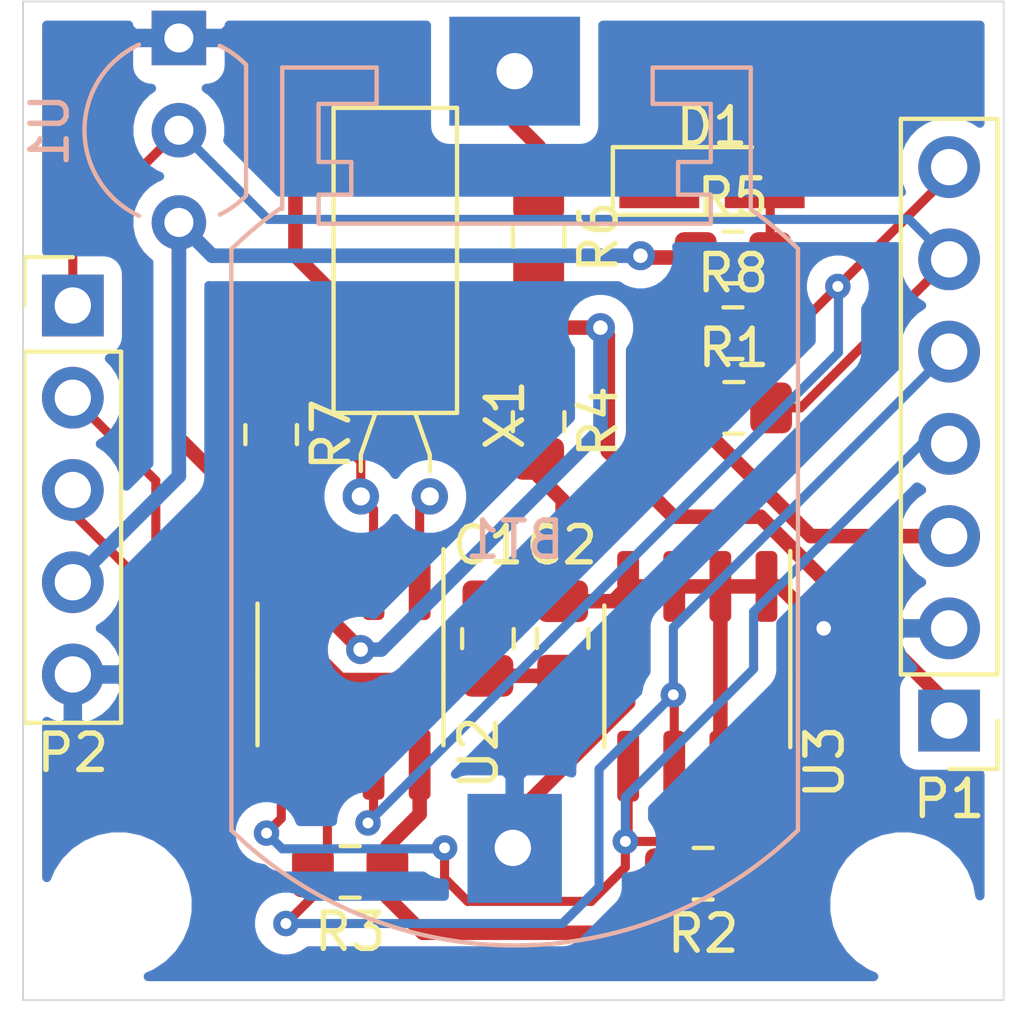
<source format=kicad_pcb>
(kicad_pcb (version 20171130) (host pcbnew 5.1.5-52549c5~84~ubuntu18.04.1)

  (general
    (thickness 1.6)
    (drawings 4)
    (tracks 171)
    (zones 0)
    (modules 20)
    (nets 12)
  )

  (page A4)
  (layers
    (0 F.Cu signal)
    (31 B.Cu signal)
    (32 B.Adhes user)
    (33 F.Adhes user)
    (34 B.Paste user)
    (35 F.Paste user)
    (36 B.SilkS user)
    (37 F.SilkS user)
    (38 B.Mask user)
    (39 F.Mask user)
    (40 Dwgs.User user)
    (41 Cmts.User user)
    (42 Eco1.User user)
    (43 Eco2.User user)
    (44 Edge.Cuts user)
    (45 Margin user)
    (46 B.CrtYd user)
    (47 F.CrtYd user)
    (48 B.Fab user)
    (49 F.Fab user)
  )

  (setup
    (last_trace_width 0.25)
    (trace_clearance 0.2)
    (zone_clearance 0.5)
    (zone_45_only no)
    (trace_min 0.2)
    (via_size 0.7)
    (via_drill 0.3)
    (via_min_size 0.4)
    (via_min_drill 0.3)
    (uvia_size 0.3)
    (uvia_drill 0.1)
    (uvias_allowed no)
    (uvia_min_size 0.2)
    (uvia_min_drill 0.1)
    (edge_width 0.05)
    (segment_width 0.2)
    (pcb_text_width 0.3)
    (pcb_text_size 1.5 1.5)
    (mod_edge_width 0.12)
    (mod_text_size 1 1)
    (mod_text_width 0.15)
    (pad_size 1.524 1.524)
    (pad_drill 0.762)
    (pad_to_mask_clearance 0.051)
    (solder_mask_min_width 0.25)
    (aux_axis_origin 0 0)
    (grid_origin 165 122)
    (visible_elements FFFFFF7F)
    (pcbplotparams
      (layerselection 0x010fc_ffffffff)
      (usegerberextensions false)
      (usegerberattributes false)
      (usegerberadvancedattributes false)
      (creategerberjobfile false)
      (excludeedgelayer true)
      (linewidth 0.100000)
      (plotframeref false)
      (viasonmask false)
      (mode 1)
      (useauxorigin false)
      (hpglpennumber 1)
      (hpglpenspeed 20)
      (hpglpendiameter 15.000000)
      (psnegative false)
      (psa4output false)
      (plotreference true)
      (plotvalue true)
      (plotinvisibletext false)
      (padsonsilk false)
      (subtractmaskfromsilk false)
      (outputformat 1)
      (mirror false)
      (drillshape 1)
      (scaleselection 1)
      (outputdirectory ""))
  )

  (net 0 "")
  (net 1 "Net-(BT1-Pad1)")
  (net 2 GND)
  (net 3 VCC)
  (net 4 "Net-(D1-Pad2)")
  (net 5 SQ)
  (net 6 DS)
  (net 7 SCL)
  (net 8 SDA)
  (net 9 BAT)
  (net 10 "Net-(R7-Pad1)")
  (net 11 "Net-(U2-Pad1)")

  (net_class Default "This is the default net class."
    (clearance 0.2)
    (trace_width 0.25)
    (via_dia 0.7)
    (via_drill 0.3)
    (uvia_dia 0.3)
    (uvia_drill 0.1)
    (add_net DS)
    (add_net "Net-(D1-Pad2)")
    (add_net "Net-(R7-Pad1)")
    (add_net "Net-(U2-Pad1)")
    (add_net SCL)
    (add_net SDA)
    (add_net SQ)
  )

  (net_class Power ""
    (clearance 0.2)
    (trace_width 0.4)
    (via_dia 0.8)
    (via_drill 0.4)
    (uvia_dia 0.3)
    (uvia_drill 0.1)
    (add_net BAT)
    (add_net GND)
    (add_net "Net-(BT1-Pad1)")
    (add_net VCC)
  )

  (module Package_SO:SOIC-8_3.9x4.9mm_P1.27mm (layer F.Cu) (tedit 5D9F72B1) (tstamp 5DE42DFD)
    (at 174.0154 113.03 270)
    (descr "SOIC, 8 Pin (JEDEC MS-012AA, https://www.analog.com/media/en/package-pcb-resources/package/pkg_pdf/soic_narrow-r/r_8.pdf), generated with kicad-footprint-generator ipc_gullwing_generator.py")
    (tags "SOIC SO")
    (path /5DEE7D90)
    (attr smd)
    (fp_text reference U2 (at 2.159 -3.5306 90) (layer F.SilkS)
      (effects (font (size 1 1) (thickness 0.15)))
    )
    (fp_text value DS1307Z (at 0 3.4 90) (layer F.Fab)
      (effects (font (size 1 1) (thickness 0.15)))
    )
    (fp_text user %R (at 0 0 90) (layer F.Fab)
      (effects (font (size 0.98 0.98) (thickness 0.15)))
    )
    (fp_line (start 3.7 -2.7) (end -3.7 -2.7) (layer F.CrtYd) (width 0.05))
    (fp_line (start 3.7 2.7) (end 3.7 -2.7) (layer F.CrtYd) (width 0.05))
    (fp_line (start -3.7 2.7) (end 3.7 2.7) (layer F.CrtYd) (width 0.05))
    (fp_line (start -3.7 -2.7) (end -3.7 2.7) (layer F.CrtYd) (width 0.05))
    (fp_line (start -1.95 -1.475) (end -0.975 -2.45) (layer F.Fab) (width 0.1))
    (fp_line (start -1.95 2.45) (end -1.95 -1.475) (layer F.Fab) (width 0.1))
    (fp_line (start 1.95 2.45) (end -1.95 2.45) (layer F.Fab) (width 0.1))
    (fp_line (start 1.95 -2.45) (end 1.95 2.45) (layer F.Fab) (width 0.1))
    (fp_line (start -0.975 -2.45) (end 1.95 -2.45) (layer F.Fab) (width 0.1))
    (fp_line (start 0 -2.56) (end -3.45 -2.56) (layer F.SilkS) (width 0.12))
    (fp_line (start 0 -2.56) (end 1.95 -2.56) (layer F.SilkS) (width 0.12))
    (fp_line (start 0 2.56) (end -1.95 2.56) (layer F.SilkS) (width 0.12))
    (fp_line (start 0 2.56) (end 1.95 2.56) (layer F.SilkS) (width 0.12))
    (pad 8 smd roundrect (at 2.475 -1.905 270) (size 1.95 0.6) (layers F.Cu F.Paste F.Mask) (roundrect_rratio 0.25)
      (net 3 VCC))
    (pad 7 smd roundrect (at 2.475 -0.635 270) (size 1.95 0.6) (layers F.Cu F.Paste F.Mask) (roundrect_rratio 0.25)
      (net 5 SQ))
    (pad 6 smd roundrect (at 2.475 0.635 270) (size 1.95 0.6) (layers F.Cu F.Paste F.Mask) (roundrect_rratio 0.25)
      (net 7 SCL))
    (pad 5 smd roundrect (at 2.475 1.905 270) (size 1.95 0.6) (layers F.Cu F.Paste F.Mask) (roundrect_rratio 0.25)
      (net 8 SDA))
    (pad 4 smd roundrect (at -2.475 1.905 270) (size 1.95 0.6) (layers F.Cu F.Paste F.Mask) (roundrect_rratio 0.25)
      (net 2 GND))
    (pad 3 smd roundrect (at -2.475 0.635 270) (size 1.95 0.6) (layers F.Cu F.Paste F.Mask) (roundrect_rratio 0.25)
      (net 9 BAT))
    (pad 2 smd roundrect (at -2.475 -0.635 270) (size 1.95 0.6) (layers F.Cu F.Paste F.Mask) (roundrect_rratio 0.25)
      (net 10 "Net-(R7-Pad1)"))
    (pad 1 smd roundrect (at -2.475 -1.905 270) (size 1.95 0.6) (layers F.Cu F.Paste F.Mask) (roundrect_rratio 0.25)
      (net 11 "Net-(U2-Pad1)"))
    (model ${KISYS3DMOD}/Package_SO.3dshapes/SOIC-8_3.9x4.9mm_P1.27mm.wrl
      (at (xyz 0 0 0))
      (scale (xyz 1 1 1))
      (rotate (xyz 0 0 0))
    )
  )

  (module Resistor_SMD:R_0805_2012Metric_Pad1.15x1.40mm_HandSolder (layer F.Cu) (tedit 5B36C52B) (tstamp 5DE43336)
    (at 184.5474 103.632)
    (descr "Resistor SMD 0805 (2012 Metric), square (rectangular) end terminal, IPC_7351 nominal with elongated pad for handsoldering. (Body size source: https://docs.google.com/spreadsheets/d/1BsfQQcO9C6DZCsRaXUlFlo91Tg2WpOkGARC1WS5S8t0/edit?usp=sharing), generated with kicad-footprint-generator")
    (tags "resistor handsolder")
    (path /5DEFD691)
    (attr smd)
    (fp_text reference R8 (at 0 -1.65) (layer F.SilkS)
      (effects (font (size 1 1) (thickness 0.15)))
    )
    (fp_text value 3k3 (at 0 1.65) (layer F.Fab)
      (effects (font (size 1 1) (thickness 0.15)))
    )
    (fp_text user %R (at 0 0) (layer F.Fab)
      (effects (font (size 0.5 0.5) (thickness 0.08)))
    )
    (fp_line (start 1.85 0.95) (end -1.85 0.95) (layer F.CrtYd) (width 0.05))
    (fp_line (start 1.85 -0.95) (end 1.85 0.95) (layer F.CrtYd) (width 0.05))
    (fp_line (start -1.85 -0.95) (end 1.85 -0.95) (layer F.CrtYd) (width 0.05))
    (fp_line (start -1.85 0.95) (end -1.85 -0.95) (layer F.CrtYd) (width 0.05))
    (fp_line (start -0.261252 0.71) (end 0.261252 0.71) (layer F.SilkS) (width 0.12))
    (fp_line (start -0.261252 -0.71) (end 0.261252 -0.71) (layer F.SilkS) (width 0.12))
    (fp_line (start 1 0.6) (end -1 0.6) (layer F.Fab) (width 0.1))
    (fp_line (start 1 -0.6) (end 1 0.6) (layer F.Fab) (width 0.1))
    (fp_line (start -1 -0.6) (end 1 -0.6) (layer F.Fab) (width 0.1))
    (fp_line (start -1 0.6) (end -1 -0.6) (layer F.Fab) (width 0.1))
    (pad 2 smd roundrect (at 1.025 0) (size 1.15 1.4) (layers F.Cu F.Paste F.Mask) (roundrect_rratio 0.217391)
      (net 5 SQ))
    (pad 1 smd roundrect (at -1.025 0) (size 1.15 1.4) (layers F.Cu F.Paste F.Mask) (roundrect_rratio 0.217391)
      (net 3 VCC))
    (model ${KISYS3DMOD}/Resistor_SMD.3dshapes/R_0805_2012Metric.wrl
      (at (xyz 0 0 0))
      (scale (xyz 1 1 1))
      (rotate (xyz 0 0 0))
    )
  )

  (module Resistor_SMD:R_0805_2012Metric_Pad1.15x1.40mm_HandSolder (layer F.Cu) (tedit 5B36C52B) (tstamp 5DE42547)
    (at 171.831 106.426 270)
    (descr "Resistor SMD 0805 (2012 Metric), square (rectangular) end terminal, IPC_7351 nominal with elongated pad for handsoldering. (Body size source: https://docs.google.com/spreadsheets/d/1BsfQQcO9C6DZCsRaXUlFlo91Tg2WpOkGARC1WS5S8t0/edit?usp=sharing), generated with kicad-footprint-generator")
    (tags "resistor handsolder")
    (path /5DEF9938)
    (attr smd)
    (fp_text reference R7 (at 0 -1.65 90) (layer F.SilkS)
      (effects (font (size 1 1) (thickness 0.15)))
    )
    (fp_text value 680k (at 0 1.65 90) (layer F.Fab)
      (effects (font (size 1 1) (thickness 0.15)))
    )
    (fp_text user %R (at 0 0 90) (layer F.Fab)
      (effects (font (size 0.5 0.5) (thickness 0.08)))
    )
    (fp_line (start 1.85 0.95) (end -1.85 0.95) (layer F.CrtYd) (width 0.05))
    (fp_line (start 1.85 -0.95) (end 1.85 0.95) (layer F.CrtYd) (width 0.05))
    (fp_line (start -1.85 -0.95) (end 1.85 -0.95) (layer F.CrtYd) (width 0.05))
    (fp_line (start -1.85 0.95) (end -1.85 -0.95) (layer F.CrtYd) (width 0.05))
    (fp_line (start -0.261252 0.71) (end 0.261252 0.71) (layer F.SilkS) (width 0.12))
    (fp_line (start -0.261252 -0.71) (end 0.261252 -0.71) (layer F.SilkS) (width 0.12))
    (fp_line (start 1 0.6) (end -1 0.6) (layer F.Fab) (width 0.1))
    (fp_line (start 1 -0.6) (end 1 0.6) (layer F.Fab) (width 0.1))
    (fp_line (start -1 -0.6) (end 1 -0.6) (layer F.Fab) (width 0.1))
    (fp_line (start -1 0.6) (end -1 -0.6) (layer F.Fab) (width 0.1))
    (pad 2 smd roundrect (at 1.025 0 270) (size 1.15 1.4) (layers F.Cu F.Paste F.Mask) (roundrect_rratio 0.217391)
      (net 3 VCC))
    (pad 1 smd roundrect (at -1.025 0 270) (size 1.15 1.4) (layers F.Cu F.Paste F.Mask) (roundrect_rratio 0.217391)
      (net 10 "Net-(R7-Pad1)"))
    (model ${KISYS3DMOD}/Resistor_SMD.3dshapes/R_0805_2012Metric.wrl
      (at (xyz 0 0 0))
      (scale (xyz 1 1 1))
      (rotate (xyz 0 0 0))
    )
  )

  (module Resistor_SMD:R_0805_2012Metric_Pad1.15x1.40mm_HandSolder (layer F.Cu) (tedit 5B36C52B) (tstamp 5DE42536)
    (at 179.197 100.989 270)
    (descr "Resistor SMD 0805 (2012 Metric), square (rectangular) end terminal, IPC_7351 nominal with elongated pad for handsoldering. (Body size source: https://docs.google.com/spreadsheets/d/1BsfQQcO9C6DZCsRaXUlFlo91Tg2WpOkGARC1WS5S8t0/edit?usp=sharing), generated with kicad-footprint-generator")
    (tags "resistor handsolder")
    (path /5DF0E645)
    (attr smd)
    (fp_text reference R6 (at 0 -1.65 90) (layer F.SilkS)
      (effects (font (size 1 1) (thickness 0.15)))
    )
    (fp_text value 470k (at 0 1.65 90) (layer F.Fab)
      (effects (font (size 1 1) (thickness 0.15)))
    )
    (fp_text user %R (at 0 0 90) (layer F.Fab)
      (effects (font (size 0.5 0.5) (thickness 0.08)))
    )
    (fp_line (start 1.85 0.95) (end -1.85 0.95) (layer F.CrtYd) (width 0.05))
    (fp_line (start 1.85 -0.95) (end 1.85 0.95) (layer F.CrtYd) (width 0.05))
    (fp_line (start -1.85 -0.95) (end 1.85 -0.95) (layer F.CrtYd) (width 0.05))
    (fp_line (start -1.85 0.95) (end -1.85 -0.95) (layer F.CrtYd) (width 0.05))
    (fp_line (start -0.261252 0.71) (end 0.261252 0.71) (layer F.SilkS) (width 0.12))
    (fp_line (start -0.261252 -0.71) (end 0.261252 -0.71) (layer F.SilkS) (width 0.12))
    (fp_line (start 1 0.6) (end -1 0.6) (layer F.Fab) (width 0.1))
    (fp_line (start 1 -0.6) (end 1 0.6) (layer F.Fab) (width 0.1))
    (fp_line (start -1 -0.6) (end 1 -0.6) (layer F.Fab) (width 0.1))
    (fp_line (start -1 0.6) (end -1 -0.6) (layer F.Fab) (width 0.1))
    (pad 2 smd roundrect (at 1.025 0 270) (size 1.15 1.4) (layers F.Cu F.Paste F.Mask) (roundrect_rratio 0.217391)
      (net 9 BAT))
    (pad 1 smd roundrect (at -1.025 0 270) (size 1.15 1.4) (layers F.Cu F.Paste F.Mask) (roundrect_rratio 0.217391)
      (net 1 "Net-(BT1-Pad1)"))
    (model ${KISYS3DMOD}/Resistor_SMD.3dshapes/R_0805_2012Metric.wrl
      (at (xyz 0 0 0))
      (scale (xyz 1 1 1))
      (rotate (xyz 0 0 0))
    )
  )

  (module Resistor_SMD:R_0805_2012Metric_Pad1.15x1.40mm_HandSolder (layer F.Cu) (tedit 5B36C52B) (tstamp 5DE42525)
    (at 184.5474 101.5492)
    (descr "Resistor SMD 0805 (2012 Metric), square (rectangular) end terminal, IPC_7351 nominal with elongated pad for handsoldering. (Body size source: https://docs.google.com/spreadsheets/d/1BsfQQcO9C6DZCsRaXUlFlo91Tg2WpOkGARC1WS5S8t0/edit?usp=sharing), generated with kicad-footprint-generator")
    (tags "resistor handsolder")
    (path /5DF02CEB)
    (attr smd)
    (fp_text reference R5 (at 0 -1.65) (layer F.SilkS)
      (effects (font (size 1 1) (thickness 0.15)))
    )
    (fp_text value 200 (at 0 1.65) (layer F.Fab)
      (effects (font (size 1 1) (thickness 0.15)))
    )
    (fp_text user %R (at 0 0) (layer F.Fab)
      (effects (font (size 0.5 0.5) (thickness 0.08)))
    )
    (fp_line (start 1.85 0.95) (end -1.85 0.95) (layer F.CrtYd) (width 0.05))
    (fp_line (start 1.85 -0.95) (end 1.85 0.95) (layer F.CrtYd) (width 0.05))
    (fp_line (start -1.85 -0.95) (end 1.85 -0.95) (layer F.CrtYd) (width 0.05))
    (fp_line (start -1.85 0.95) (end -1.85 -0.95) (layer F.CrtYd) (width 0.05))
    (fp_line (start -0.261252 0.71) (end 0.261252 0.71) (layer F.SilkS) (width 0.12))
    (fp_line (start -0.261252 -0.71) (end 0.261252 -0.71) (layer F.SilkS) (width 0.12))
    (fp_line (start 1 0.6) (end -1 0.6) (layer F.Fab) (width 0.1))
    (fp_line (start 1 -0.6) (end 1 0.6) (layer F.Fab) (width 0.1))
    (fp_line (start -1 -0.6) (end 1 -0.6) (layer F.Fab) (width 0.1))
    (fp_line (start -1 0.6) (end -1 -0.6) (layer F.Fab) (width 0.1))
    (pad 2 smd roundrect (at 1.025 0) (size 1.15 1.4) (layers F.Cu F.Paste F.Mask) (roundrect_rratio 0.217391)
      (net 4 "Net-(D1-Pad2)"))
    (pad 1 smd roundrect (at -1.025 0) (size 1.15 1.4) (layers F.Cu F.Paste F.Mask) (roundrect_rratio 0.217391)
      (net 3 VCC))
    (model ${KISYS3DMOD}/Resistor_SMD.3dshapes/R_0805_2012Metric.wrl
      (at (xyz 0 0 0))
      (scale (xyz 1 1 1))
      (rotate (xyz 0 0 0))
    )
  )

  (module Resistor_SMD:R_0805_2012Metric_Pad1.15x1.40mm_HandSolder (layer F.Cu) (tedit 5B36C52B) (tstamp 5DE452CA)
    (at 179.197 106.069 270)
    (descr "Resistor SMD 0805 (2012 Metric), square (rectangular) end terminal, IPC_7351 nominal with elongated pad for handsoldering. (Body size source: https://docs.google.com/spreadsheets/d/1BsfQQcO9C6DZCsRaXUlFlo91Tg2WpOkGARC1WS5S8t0/edit?usp=sharing), generated with kicad-footprint-generator")
    (tags "resistor handsolder")
    (path /5DF0EBB9)
    (attr smd)
    (fp_text reference R4 (at 0 -1.65 90) (layer F.SilkS)
      (effects (font (size 1 1) (thickness 0.15)))
    )
    (fp_text value 1.5M (at 0 1.65 90) (layer F.Fab)
      (effects (font (size 1 1) (thickness 0.15)))
    )
    (fp_text user %R (at 0 0 90) (layer F.Fab)
      (effects (font (size 0.5 0.5) (thickness 0.08)))
    )
    (fp_line (start 1.85 0.95) (end -1.85 0.95) (layer F.CrtYd) (width 0.05))
    (fp_line (start 1.85 -0.95) (end 1.85 0.95) (layer F.CrtYd) (width 0.05))
    (fp_line (start -1.85 -0.95) (end 1.85 -0.95) (layer F.CrtYd) (width 0.05))
    (fp_line (start -1.85 0.95) (end -1.85 -0.95) (layer F.CrtYd) (width 0.05))
    (fp_line (start -0.261252 0.71) (end 0.261252 0.71) (layer F.SilkS) (width 0.12))
    (fp_line (start -0.261252 -0.71) (end 0.261252 -0.71) (layer F.SilkS) (width 0.12))
    (fp_line (start 1 0.6) (end -1 0.6) (layer F.Fab) (width 0.1))
    (fp_line (start 1 -0.6) (end 1 0.6) (layer F.Fab) (width 0.1))
    (fp_line (start -1 -0.6) (end 1 -0.6) (layer F.Fab) (width 0.1))
    (fp_line (start -1 0.6) (end -1 -0.6) (layer F.Fab) (width 0.1))
    (pad 2 smd roundrect (at 1.025 0 270) (size 1.15 1.4) (layers F.Cu F.Paste F.Mask) (roundrect_rratio 0.217391)
      (net 2 GND))
    (pad 1 smd roundrect (at -1.025 0 270) (size 1.15 1.4) (layers F.Cu F.Paste F.Mask) (roundrect_rratio 0.217391)
      (net 9 BAT))
    (model ${KISYS3DMOD}/Resistor_SMD.3dshapes/R_0805_2012Metric.wrl
      (at (xyz 0 0 0))
      (scale (xyz 1 1 1))
      (rotate (xyz 0 0 0))
    )
  )

  (module Resistor_SMD:R_0805_2012Metric_Pad1.15x1.40mm_HandSolder (layer F.Cu) (tedit 5B36C52B) (tstamp 5DE448F9)
    (at 174.0064 118.4656 180)
    (descr "Resistor SMD 0805 (2012 Metric), square (rectangular) end terminal, IPC_7351 nominal with elongated pad for handsoldering. (Body size source: https://docs.google.com/spreadsheets/d/1BsfQQcO9C6DZCsRaXUlFlo91Tg2WpOkGARC1WS5S8t0/edit?usp=sharing), generated with kicad-footprint-generator")
    (tags "resistor handsolder")
    (path /5DEED308)
    (attr smd)
    (fp_text reference R3 (at 0 -1.65) (layer F.SilkS)
      (effects (font (size 1 1) (thickness 0.15)))
    )
    (fp_text value 3k3 (at 0 1.65) (layer F.Fab)
      (effects (font (size 1 1) (thickness 0.15)))
    )
    (fp_text user %R (at 0 0) (layer F.Fab)
      (effects (font (size 0.5 0.5) (thickness 0.08)))
    )
    (fp_line (start 1.85 0.95) (end -1.85 0.95) (layer F.CrtYd) (width 0.05))
    (fp_line (start 1.85 -0.95) (end 1.85 0.95) (layer F.CrtYd) (width 0.05))
    (fp_line (start -1.85 -0.95) (end 1.85 -0.95) (layer F.CrtYd) (width 0.05))
    (fp_line (start -1.85 0.95) (end -1.85 -0.95) (layer F.CrtYd) (width 0.05))
    (fp_line (start -0.261252 0.71) (end 0.261252 0.71) (layer F.SilkS) (width 0.12))
    (fp_line (start -0.261252 -0.71) (end 0.261252 -0.71) (layer F.SilkS) (width 0.12))
    (fp_line (start 1 0.6) (end -1 0.6) (layer F.Fab) (width 0.1))
    (fp_line (start 1 -0.6) (end 1 0.6) (layer F.Fab) (width 0.1))
    (fp_line (start -1 -0.6) (end 1 -0.6) (layer F.Fab) (width 0.1))
    (fp_line (start -1 0.6) (end -1 -0.6) (layer F.Fab) (width 0.1))
    (pad 2 smd roundrect (at 1.025 0 180) (size 1.15 1.4) (layers F.Cu F.Paste F.Mask) (roundrect_rratio 0.217391)
      (net 7 SCL))
    (pad 1 smd roundrect (at -1.025 0 180) (size 1.15 1.4) (layers F.Cu F.Paste F.Mask) (roundrect_rratio 0.217391)
      (net 3 VCC))
    (model ${KISYS3DMOD}/Resistor_SMD.3dshapes/R_0805_2012Metric.wrl
      (at (xyz 0 0 0))
      (scale (xyz 1 1 1))
      (rotate (xyz 0 0 0))
    )
  )

  (module Resistor_SMD:R_0805_2012Metric_Pad1.15x1.40mm_HandSolder (layer F.Cu) (tedit 5B36C52B) (tstamp 5DE424F2)
    (at 183.7272 118.5164 180)
    (descr "Resistor SMD 0805 (2012 Metric), square (rectangular) end terminal, IPC_7351 nominal with elongated pad for handsoldering. (Body size source: https://docs.google.com/spreadsheets/d/1BsfQQcO9C6DZCsRaXUlFlo91Tg2WpOkGARC1WS5S8t0/edit?usp=sharing), generated with kicad-footprint-generator")
    (tags "resistor handsolder")
    (path /5DEEDE11)
    (attr smd)
    (fp_text reference R2 (at 0 -1.65) (layer F.SilkS)
      (effects (font (size 1 1) (thickness 0.15)))
    )
    (fp_text value 3k3 (at 0 1.65) (layer F.Fab)
      (effects (font (size 1 1) (thickness 0.15)))
    )
    (fp_text user %R (at 0 0) (layer F.Fab)
      (effects (font (size 0.5 0.5) (thickness 0.08)))
    )
    (fp_line (start 1.85 0.95) (end -1.85 0.95) (layer F.CrtYd) (width 0.05))
    (fp_line (start 1.85 -0.95) (end 1.85 0.95) (layer F.CrtYd) (width 0.05))
    (fp_line (start -1.85 -0.95) (end 1.85 -0.95) (layer F.CrtYd) (width 0.05))
    (fp_line (start -1.85 0.95) (end -1.85 -0.95) (layer F.CrtYd) (width 0.05))
    (fp_line (start -0.261252 0.71) (end 0.261252 0.71) (layer F.SilkS) (width 0.12))
    (fp_line (start -0.261252 -0.71) (end 0.261252 -0.71) (layer F.SilkS) (width 0.12))
    (fp_line (start 1 0.6) (end -1 0.6) (layer F.Fab) (width 0.1))
    (fp_line (start 1 -0.6) (end 1 0.6) (layer F.Fab) (width 0.1))
    (fp_line (start -1 -0.6) (end 1 -0.6) (layer F.Fab) (width 0.1))
    (fp_line (start -1 0.6) (end -1 -0.6) (layer F.Fab) (width 0.1))
    (pad 2 smd roundrect (at 1.025 0 180) (size 1.15 1.4) (layers F.Cu F.Paste F.Mask) (roundrect_rratio 0.217391)
      (net 8 SDA))
    (pad 1 smd roundrect (at -1.025 0 180) (size 1.15 1.4) (layers F.Cu F.Paste F.Mask) (roundrect_rratio 0.217391)
      (net 3 VCC))
    (model ${KISYS3DMOD}/Resistor_SMD.3dshapes/R_0805_2012Metric.wrl
      (at (xyz 0 0 0))
      (scale (xyz 1 1 1))
      (rotate (xyz 0 0 0))
    )
  )

  (module Resistor_SMD:R_0805_2012Metric_Pad1.15x1.40mm_HandSolder (layer F.Cu) (tedit 5B36C52B) (tstamp 5DE46A04)
    (at 184.5728 105.6894)
    (descr "Resistor SMD 0805 (2012 Metric), square (rectangular) end terminal, IPC_7351 nominal with elongated pad for handsoldering. (Body size source: https://docs.google.com/spreadsheets/d/1BsfQQcO9C6DZCsRaXUlFlo91Tg2WpOkGARC1WS5S8t0/edit?usp=sharing), generated with kicad-footprint-generator")
    (tags "resistor handsolder")
    (path /5DEE648D)
    (attr smd)
    (fp_text reference R1 (at 0 -1.65) (layer F.SilkS)
      (effects (font (size 1 1) (thickness 0.15)))
    )
    (fp_text value 3k3 (at 0 1.65) (layer F.Fab)
      (effects (font (size 1 1) (thickness 0.15)))
    )
    (fp_text user %R (at 0 0) (layer F.Fab)
      (effects (font (size 0.5 0.5) (thickness 0.08)))
    )
    (fp_line (start 1.85 0.95) (end -1.85 0.95) (layer F.CrtYd) (width 0.05))
    (fp_line (start 1.85 -0.95) (end 1.85 0.95) (layer F.CrtYd) (width 0.05))
    (fp_line (start -1.85 -0.95) (end 1.85 -0.95) (layer F.CrtYd) (width 0.05))
    (fp_line (start -1.85 0.95) (end -1.85 -0.95) (layer F.CrtYd) (width 0.05))
    (fp_line (start -0.261252 0.71) (end 0.261252 0.71) (layer F.SilkS) (width 0.12))
    (fp_line (start -0.261252 -0.71) (end 0.261252 -0.71) (layer F.SilkS) (width 0.12))
    (fp_line (start 1 0.6) (end -1 0.6) (layer F.Fab) (width 0.1))
    (fp_line (start 1 -0.6) (end 1 0.6) (layer F.Fab) (width 0.1))
    (fp_line (start -1 -0.6) (end 1 -0.6) (layer F.Fab) (width 0.1))
    (fp_line (start -1 0.6) (end -1 -0.6) (layer F.Fab) (width 0.1))
    (pad 2 smd roundrect (at 1.025 0) (size 1.15 1.4) (layers F.Cu F.Paste F.Mask) (roundrect_rratio 0.217391)
      (net 6 DS))
    (pad 1 smd roundrect (at -1.025 0) (size 1.15 1.4) (layers F.Cu F.Paste F.Mask) (roundrect_rratio 0.217391)
      (net 3 VCC))
    (model ${KISYS3DMOD}/Resistor_SMD.3dshapes/R_0805_2012Metric.wrl
      (at (xyz 0 0 0))
      (scale (xyz 1 1 1))
      (rotate (xyz 0 0 0))
    )
  )

  (module MountingHole:MountingHole_3mm (layer F.Cu) (tedit 56D1B4CB) (tstamp 5DE4767D)
    (at 189.23 119.38)
    (descr "Mounting Hole 3mm, no annular")
    (tags "mounting hole 3mm no annular")
    (path /5DE5B553)
    (attr virtual)
    (fp_text reference H2 (at 0 -4) (layer F.SilkS) hide
      (effects (font (size 1 1) (thickness 0.15)))
    )
    (fp_text value MountingHole (at -2.54 0) (layer F.Fab) hide
      (effects (font (size 1 1) (thickness 0.15)))
    )
    (fp_circle (center 0 0) (end 3.25 0) (layer F.CrtYd) (width 0.05))
    (fp_circle (center 0 0) (end 3 0) (layer Cmts.User) (width 0.15))
    (fp_text user %R (at 0.3 0) (layer F.Fab) hide
      (effects (font (size 1 1) (thickness 0.15)))
    )
    (pad 1 np_thru_hole circle (at 0 0) (size 3 3) (drill 3) (layers *.Cu *.Mask))
  )

  (module MountingHole:MountingHole_3mm (layer F.Cu) (tedit 56D1B4CB) (tstamp 5DE476B0)
    (at 167.64 119.38)
    (descr "Mounting Hole 3mm, no annular")
    (tags "mounting hole 3mm no annular")
    (path /5DE5B15F)
    (attr virtual)
    (fp_text reference H1 (at 0 -4) (layer F.SilkS) hide
      (effects (font (size 1 1) (thickness 0.15)))
    )
    (fp_text value MountingHole (at 2.54 0) (layer F.Fab) hide
      (effects (font (size 1 1) (thickness 0.15)))
    )
    (fp_circle (center 0 0) (end 3.25 0) (layer F.CrtYd) (width 0.05))
    (fp_circle (center 0 0) (end 3 0) (layer Cmts.User) (width 0.15))
    (fp_text user %R (at 0.3 0) (layer F.Fab) hide
      (effects (font (size 1 1) (thickness 0.15)))
    )
    (pad 1 np_thru_hole circle (at 0 0) (size 3 3) (drill 3) (layers *.Cu *.Mask))
  )

  (module Diode_SMD:D_MicroMELF_Handsoldering (layer F.Cu) (tedit 5D76891D) (tstamp 5DE4249C)
    (at 183.97 99.441)
    (descr "Diode, MicroMELF, Hand Soldering, http://www.vishay.com/docs/85597/bzm55.pdf")
    (tags "MicroMELF Diode")
    (path /5DF027DE)
    (attr smd)
    (fp_text reference D1 (at 0 -1.5) (layer F.SilkS)
      (effects (font (size 1 1) (thickness 0.15)))
    )
    (fp_text value 1N4148 (at 0 1.5) (layer F.Fab)
      (effects (font (size 1 1) (thickness 0.15)))
    )
    (fp_line (start 2.8 1) (end -2.8 1) (layer F.CrtYd) (width 0.05))
    (fp_line (start 2.8 1) (end 2.8 -1) (layer F.CrtYd) (width 0.05))
    (fp_line (start -2.8 -1) (end -2.8 1) (layer F.CrtYd) (width 0.05))
    (fp_line (start -2.8 -1) (end 2.8 -1) (layer F.CrtYd) (width 0.05))
    (fp_line (start -0.95 0.575) (end -0.95 -0.575) (layer F.Fab) (width 0.1))
    (fp_line (start 0.95 0.575) (end -0.95 0.575) (layer F.Fab) (width 0.1))
    (fp_line (start 0.95 -0.575) (end 0.95 0.575) (layer F.Fab) (width 0.1))
    (fp_line (start -0.95 -0.575) (end 0.95 -0.575) (layer F.Fab) (width 0.1))
    (fp_line (start -0.25 -0.25) (end -0.25 0.25) (layer F.Fab) (width 0.1))
    (fp_line (start -0.25 0) (end -0.75 0) (layer F.Fab) (width 0.1))
    (fp_line (start 0.25 0.25) (end -0.25 0) (layer F.Fab) (width 0.1))
    (fp_line (start 0.25 -0.25) (end 0.25 0.25) (layer F.Fab) (width 0.1))
    (fp_line (start -0.25 0) (end 0.25 -0.25) (layer F.Fab) (width 0.1))
    (fp_line (start 0.25 0) (end 0.75 0) (layer F.Fab) (width 0.1))
    (fp_line (start -2.73 0.93) (end 1.1 0.93) (layer F.SilkS) (width 0.12))
    (fp_line (start -2.73 -0.93) (end -2.73 0.93) (layer F.SilkS) (width 0.12))
    (fp_line (start 1.1 -0.93) (end -2.73 -0.93) (layer F.SilkS) (width 0.12))
    (fp_text user %R (at 0 -1.5) (layer F.Fab)
      (effects (font (size 1 1) (thickness 0.15)))
    )
    (pad 2 smd rect (at 1.45 0) (size 2.2 1.5) (layers F.Cu F.Paste F.Mask)
      (net 4 "Net-(D1-Pad2)"))
    (pad 1 smd rect (at -1.45 0) (size 2.2 1.5) (layers F.Cu F.Paste F.Mask)
      (net 1 "Net-(BT1-Pad1)"))
    (model ${KISYS3DMOD}/Diode_SMD.3dshapes/D_MicroMELF.wrl
      (at (xyz 0 0 0))
      (scale (xyz 1 1 1))
      (rotate (xyz 0 0 0))
    )
  )

  (module Package_TO_SOT_THT:TO-92_Inline_Wide (layer B.Cu) (tedit 5A02FF81) (tstamp 5DE445D8)
    (at 169.291 95.504 270)
    (descr "TO-92 leads in-line, wide, drill 0.75mm (see NXP sot054_po.pdf)")
    (tags "to-92 sc-43 sc-43a sot54 PA33 transistor")
    (path /5DEF0843)
    (fp_text reference U1 (at 2.54 3.56 90) (layer B.SilkS)
      (effects (font (size 1 1) (thickness 0.15)) (justify mirror))
    )
    (fp_text value DS18B20 (at 2.54 -2.79 90) (layer B.Fab)
      (effects (font (size 1 1) (thickness 0.15)) (justify mirror))
    )
    (fp_arc (start 2.54 0) (end 4.34 -1.85) (angle 20) (layer B.SilkS) (width 0.12))
    (fp_arc (start 2.54 0) (end 2.54 2.48) (angle 135) (layer B.Fab) (width 0.1))
    (fp_arc (start 2.54 0) (end 2.54 2.48) (angle -135) (layer B.Fab) (width 0.1))
    (fp_arc (start 2.54 0) (end 2.54 2.6) (angle -65) (layer B.SilkS) (width 0.12))
    (fp_arc (start 2.54 0) (end 2.54 2.6) (angle 65) (layer B.SilkS) (width 0.12))
    (fp_arc (start 2.54 0) (end 0.74 -1.85) (angle -20) (layer B.SilkS) (width 0.12))
    (fp_line (start 6.09 -2.01) (end -1.01 -2.01) (layer B.CrtYd) (width 0.05))
    (fp_line (start 6.09 -2.01) (end 6.09 2.73) (layer B.CrtYd) (width 0.05))
    (fp_line (start -1.01 2.73) (end -1.01 -2.01) (layer B.CrtYd) (width 0.05))
    (fp_line (start -1.01 2.73) (end 6.09 2.73) (layer B.CrtYd) (width 0.05))
    (fp_line (start 0.8 -1.75) (end 4.3 -1.75) (layer B.Fab) (width 0.1))
    (fp_line (start 0.74 -1.85) (end 4.34 -1.85) (layer B.SilkS) (width 0.12))
    (fp_text user %R (at 2.54 3.56 90) (layer B.Fab)
      (effects (font (size 1 1) (thickness 0.15)) (justify mirror))
    )
    (pad 1 thru_hole rect (at 0 0 180) (size 1.5 1.5) (drill 0.8) (layers *.Cu *.Mask)
      (net 2 GND))
    (pad 3 thru_hole circle (at 5.08 0 180) (size 1.5 1.5) (drill 0.8) (layers *.Cu *.Mask)
      (net 3 VCC))
    (pad 2 thru_hole circle (at 2.54 0 180) (size 1.5 1.5) (drill 0.8) (layers *.Cu *.Mask)
      (net 6 DS))
    (model ${KISYS3DMOD}/Package_TO_SOT_THT.3dshapes/TO-92_Inline_Wide.wrl
      (at (xyz 0 0 0))
      (scale (xyz 1 1 1))
      (rotate (xyz 0 0 0))
    )
  )

  (module Capacitor_SMD:C_0805_2012Metric_Pad1.15x1.40mm_HandSolder (layer F.Cu) (tedit 5B36C52B) (tstamp 5DE42483)
    (at 179.8574 112.0371 90)
    (descr "Capacitor SMD 0805 (2012 Metric), square (rectangular) end terminal, IPC_7351 nominal with elongated pad for handsoldering. (Body size source: https://docs.google.com/spreadsheets/d/1BsfQQcO9C6DZCsRaXUlFlo91Tg2WpOkGARC1WS5S8t0/edit?usp=sharing), generated with kicad-footprint-generator")
    (tags "capacitor handsolder")
    (path /5DEE3728)
    (attr smd)
    (fp_text reference C2 (at 2.5631 -0.0254 180) (layer F.SilkS)
      (effects (font (size 1 1) (thickness 0.15)))
    )
    (fp_text value 100 (at 0 1.65 90) (layer F.Fab)
      (effects (font (size 1 1) (thickness 0.15)))
    )
    (fp_text user %R (at 0 0 90) (layer F.Fab)
      (effects (font (size 0.5 0.5) (thickness 0.08)))
    )
    (fp_line (start 1.85 0.95) (end -1.85 0.95) (layer F.CrtYd) (width 0.05))
    (fp_line (start 1.85 -0.95) (end 1.85 0.95) (layer F.CrtYd) (width 0.05))
    (fp_line (start -1.85 -0.95) (end 1.85 -0.95) (layer F.CrtYd) (width 0.05))
    (fp_line (start -1.85 0.95) (end -1.85 -0.95) (layer F.CrtYd) (width 0.05))
    (fp_line (start -0.261252 0.71) (end 0.261252 0.71) (layer F.SilkS) (width 0.12))
    (fp_line (start -0.261252 -0.71) (end 0.261252 -0.71) (layer F.SilkS) (width 0.12))
    (fp_line (start 1 0.6) (end -1 0.6) (layer F.Fab) (width 0.1))
    (fp_line (start 1 -0.6) (end 1 0.6) (layer F.Fab) (width 0.1))
    (fp_line (start -1 -0.6) (end 1 -0.6) (layer F.Fab) (width 0.1))
    (fp_line (start -1 0.6) (end -1 -0.6) (layer F.Fab) (width 0.1))
    (pad 2 smd roundrect (at 1.025 0 90) (size 1.15 1.4) (layers F.Cu F.Paste F.Mask) (roundrect_rratio 0.217391)
      (net 2 GND))
    (pad 1 smd roundrect (at -1.025 0 90) (size 1.15 1.4) (layers F.Cu F.Paste F.Mask) (roundrect_rratio 0.217391)
      (net 3 VCC))
    (model ${KISYS3DMOD}/Capacitor_SMD.3dshapes/C_0805_2012Metric.wrl
      (at (xyz 0 0 0))
      (scale (xyz 1 1 1))
      (rotate (xyz 0 0 0))
    )
  )

  (module Capacitor_SMD:C_0805_2012Metric_Pad1.15x1.40mm_HandSolder (layer F.Cu) (tedit 5B36C52B) (tstamp 5DE42472)
    (at 177.8 112.0417 90)
    (descr "Capacitor SMD 0805 (2012 Metric), square (rectangular) end terminal, IPC_7351 nominal with elongated pad for handsoldering. (Body size source: https://docs.google.com/spreadsheets/d/1BsfQQcO9C6DZCsRaXUlFlo91Tg2WpOkGARC1WS5S8t0/edit?usp=sharing), generated with kicad-footprint-generator")
    (tags "capacitor handsolder")
    (path /5DEE2F35)
    (attr smd)
    (fp_text reference C1 (at 2.5677 0 180) (layer F.SilkS)
      (effects (font (size 1 1) (thickness 0.15)))
    )
    (fp_text value 100 (at 0 1.65 90) (layer F.Fab)
      (effects (font (size 1 1) (thickness 0.15)))
    )
    (fp_text user %R (at 0 0 90) (layer F.Fab)
      (effects (font (size 0.5 0.5) (thickness 0.08)))
    )
    (fp_line (start 1.85 0.95) (end -1.85 0.95) (layer F.CrtYd) (width 0.05))
    (fp_line (start 1.85 -0.95) (end 1.85 0.95) (layer F.CrtYd) (width 0.05))
    (fp_line (start -1.85 -0.95) (end 1.85 -0.95) (layer F.CrtYd) (width 0.05))
    (fp_line (start -1.85 0.95) (end -1.85 -0.95) (layer F.CrtYd) (width 0.05))
    (fp_line (start -0.261252 0.71) (end 0.261252 0.71) (layer F.SilkS) (width 0.12))
    (fp_line (start -0.261252 -0.71) (end 0.261252 -0.71) (layer F.SilkS) (width 0.12))
    (fp_line (start 1 0.6) (end -1 0.6) (layer F.Fab) (width 0.1))
    (fp_line (start 1 -0.6) (end 1 0.6) (layer F.Fab) (width 0.1))
    (fp_line (start -1 -0.6) (end 1 -0.6) (layer F.Fab) (width 0.1))
    (fp_line (start -1 0.6) (end -1 -0.6) (layer F.Fab) (width 0.1))
    (pad 2 smd roundrect (at 1.025 0 90) (size 1.15 1.4) (layers F.Cu F.Paste F.Mask) (roundrect_rratio 0.217391)
      (net 2 GND))
    (pad 1 smd roundrect (at -1.025 0 90) (size 1.15 1.4) (layers F.Cu F.Paste F.Mask) (roundrect_rratio 0.217391)
      (net 3 VCC))
    (model ${KISYS3DMOD}/Capacitor_SMD.3dshapes/C_0805_2012Metric.wrl
      (at (xyz 0 0 0))
      (scale (xyz 1 1 1))
      (rotate (xyz 0 0 0))
    )
  )

  (module Crystal:Crystal_C38-LF_D3.0mm_L8.0mm_Horizontal (layer F.Cu) (tedit 5A0FD1B2) (tstamp 5DE425B9)
    (at 176.1998 108.1278 180)
    (descr "Crystal THT C38-LF 8.0mm length 3.0mm diameter")
    (tags ['C38-LF'])
    (path /5DEF6CB9)
    (fp_text reference X1 (at -2.07 2.25 90) (layer F.SilkS)
      (effects (font (size 1 1) (thickness 0.15)))
    )
    (fp_text value Crystal (at 3.97 2.25 90) (layer F.Fab)
      (effects (font (size 1 1) (thickness 0.15)))
    )
    (fp_line (start 3.2 -0.8) (end -1.3 -0.8) (layer F.CrtYd) (width 0.05))
    (fp_line (start 3.2 11.3) (end 3.2 -0.8) (layer F.CrtYd) (width 0.05))
    (fp_line (start -1.3 11.3) (end 3.2 11.3) (layer F.CrtYd) (width 0.05))
    (fp_line (start -1.3 -0.8) (end -1.3 11.3) (layer F.CrtYd) (width 0.05))
    (fp_line (start 1.9 1.15) (end 1.9 0.7) (layer F.SilkS) (width 0.12))
    (fp_line (start 1.495 2.3) (end 1.9 1.15) (layer F.SilkS) (width 0.12))
    (fp_line (start 0 1.15) (end 0 0.7) (layer F.SilkS) (width 0.12))
    (fp_line (start 0.405 2.3) (end 0 1.15) (layer F.SilkS) (width 0.12))
    (fp_line (start 2.65 2.3) (end -0.75 2.3) (layer F.SilkS) (width 0.12))
    (fp_line (start 2.65 10.7) (end 2.65 2.3) (layer F.SilkS) (width 0.12))
    (fp_line (start -0.75 10.7) (end 2.65 10.7) (layer F.SilkS) (width 0.12))
    (fp_line (start -0.75 2.3) (end -0.75 10.7) (layer F.SilkS) (width 0.12))
    (fp_line (start 1.9 1.25) (end 1.9 0) (layer F.Fab) (width 0.1))
    (fp_line (start 1.495 2.5) (end 1.9 1.25) (layer F.Fab) (width 0.1))
    (fp_line (start 0 1.25) (end 0 0) (layer F.Fab) (width 0.1))
    (fp_line (start 0.405 2.5) (end 0 1.25) (layer F.Fab) (width 0.1))
    (fp_line (start 2.45 2.5) (end -0.55 2.5) (layer F.Fab) (width 0.1))
    (fp_line (start 2.45 10.5) (end 2.45 2.5) (layer F.Fab) (width 0.1))
    (fp_line (start -0.55 10.5) (end 2.45 10.5) (layer F.Fab) (width 0.1))
    (fp_line (start -0.55 2.5) (end -0.55 10.5) (layer F.Fab) (width 0.1))
    (fp_text user %R (at 1.25 6.5 90) (layer F.Fab)
      (effects (font (size 0.7 0.7) (thickness 0.105)))
    )
    (pad 2 thru_hole circle (at 1.9 0 180) (size 1 1) (drill 0.5) (layers *.Cu *.Mask)
      (net 10 "Net-(R7-Pad1)"))
    (pad 1 thru_hole circle (at 0 0 180) (size 1 1) (drill 0.5) (layers *.Cu *.Mask)
      (net 11 "Net-(U2-Pad1)"))
    (model ${KISYS3DMOD}/Crystal.3dshapes/Crystal_C38-LF_D3.0mm_L8.0mm_Horizontal.wrl
      (at (xyz 0 0 0))
      (scale (xyz 1 1 1))
      (rotate (xyz 0 0 0))
    )
    (model ${KIUSR3DMOD}/CrystalU.3dshapes/Crystal_C38-LF_D3.0mm_L8.0mm_Horizontal.wrl
      (offset (xyz 1 -3.5 1.5))
      (scale (xyz 1 1 1))
      (rotate (xyz 0 0 180))
    )
  )

  (module Package_SO:SOIC-8_3.9x4.9mm_P1.27mm (layer F.Cu) (tedit 5D9F72B1) (tstamp 5DE4259E)
    (at 183.5658 113.0808 270)
    (descr "SOIC, 8 Pin (JEDEC MS-012AA, https://www.analog.com/media/en/package-pcb-resources/package/pkg_pdf/soic_narrow-r/r_8.pdf), generated with kicad-footprint-generator ipc_gullwing_generator.py")
    (tags "SOIC SO")
    (path /5DEE8E70)
    (attr smd)
    (fp_text reference U3 (at 2.3622 -3.5052 270) (layer F.SilkS)
      (effects (font (size 1 1) (thickness 0.15)))
    )
    (fp_text value AT24CS32 (at 0 3.4 90) (layer F.Fab)
      (effects (font (size 1 1) (thickness 0.15)))
    )
    (fp_text user %R (at 0 0 90) (layer F.Fab)
      (effects (font (size 0.98 0.98) (thickness 0.15)))
    )
    (fp_line (start 3.7 -2.7) (end -3.7 -2.7) (layer F.CrtYd) (width 0.05))
    (fp_line (start 3.7 2.7) (end 3.7 -2.7) (layer F.CrtYd) (width 0.05))
    (fp_line (start -3.7 2.7) (end 3.7 2.7) (layer F.CrtYd) (width 0.05))
    (fp_line (start -3.7 -2.7) (end -3.7 2.7) (layer F.CrtYd) (width 0.05))
    (fp_line (start -1.95 -1.475) (end -0.975 -2.45) (layer F.Fab) (width 0.1))
    (fp_line (start -1.95 2.45) (end -1.95 -1.475) (layer F.Fab) (width 0.1))
    (fp_line (start 1.95 2.45) (end -1.95 2.45) (layer F.Fab) (width 0.1))
    (fp_line (start 1.95 -2.45) (end 1.95 2.45) (layer F.Fab) (width 0.1))
    (fp_line (start -0.975 -2.45) (end 1.95 -2.45) (layer F.Fab) (width 0.1))
    (fp_line (start 0 -2.56) (end -3.45 -2.56) (layer F.SilkS) (width 0.12))
    (fp_line (start 0 -2.56) (end 1.95 -2.56) (layer F.SilkS) (width 0.12))
    (fp_line (start 0 2.56) (end -1.95 2.56) (layer F.SilkS) (width 0.12))
    (fp_line (start 0 2.56) (end 1.95 2.56) (layer F.SilkS) (width 0.12))
    (pad 8 smd roundrect (at 2.475 -1.905 270) (size 1.95 0.6) (layers F.Cu F.Paste F.Mask) (roundrect_rratio 0.25)
      (net 3 VCC))
    (pad 7 smd roundrect (at 2.475 -0.635 270) (size 1.95 0.6) (layers F.Cu F.Paste F.Mask) (roundrect_rratio 0.25)
      (net 2 GND))
    (pad 6 smd roundrect (at 2.475 0.635 270) (size 1.95 0.6) (layers F.Cu F.Paste F.Mask) (roundrect_rratio 0.25)
      (net 7 SCL))
    (pad 5 smd roundrect (at 2.475 1.905 270) (size 1.95 0.6) (layers F.Cu F.Paste F.Mask) (roundrect_rratio 0.25)
      (net 8 SDA))
    (pad 4 smd roundrect (at -2.475 1.905 270) (size 1.95 0.6) (layers F.Cu F.Paste F.Mask) (roundrect_rratio 0.25)
      (net 2 GND))
    (pad 3 smd roundrect (at -2.475 0.635 270) (size 1.95 0.6) (layers F.Cu F.Paste F.Mask) (roundrect_rratio 0.25)
      (net 2 GND))
    (pad 2 smd roundrect (at -2.475 -0.635 270) (size 1.95 0.6) (layers F.Cu F.Paste F.Mask) (roundrect_rratio 0.25)
      (net 2 GND))
    (pad 1 smd roundrect (at -2.475 -1.905 270) (size 1.95 0.6) (layers F.Cu F.Paste F.Mask) (roundrect_rratio 0.25)
      (net 2 GND))
    (model ${KISYS3DMOD}/Package_SO.3dshapes/SOIC-8_3.9x4.9mm_P1.27mm.wrl
      (at (xyz 0 0 0))
      (scale (xyz 1 1 1))
      (rotate (xyz 0 0 0))
    )
  )

  (module Connector_PinHeader_2.54mm:PinHeader_1x05_P2.54mm_Vertical (layer F.Cu) (tedit 59FED5CC) (tstamp 5DE424D0)
    (at 166.37 102.87)
    (descr "Through hole straight pin header, 1x05, 2.54mm pitch, single row")
    (tags "Through hole pin header THT 1x05 2.54mm single row")
    (path /5DEDA9D8)
    (fp_text reference P2 (at 0 12.319) (layer F.SilkS)
      (effects (font (size 1 1) (thickness 0.15)))
    )
    (fp_text value Left (at 0 12.49) (layer F.Fab)
      (effects (font (size 1 1) (thickness 0.15)))
    )
    (fp_text user %R (at 0 5.08 90) (layer F.Fab)
      (effects (font (size 1 1) (thickness 0.15)))
    )
    (fp_line (start 1.8 -1.8) (end -1.8 -1.8) (layer F.CrtYd) (width 0.05))
    (fp_line (start 1.8 11.95) (end 1.8 -1.8) (layer F.CrtYd) (width 0.05))
    (fp_line (start -1.8 11.95) (end 1.8 11.95) (layer F.CrtYd) (width 0.05))
    (fp_line (start -1.8 -1.8) (end -1.8 11.95) (layer F.CrtYd) (width 0.05))
    (fp_line (start -1.33 -1.33) (end 0 -1.33) (layer F.SilkS) (width 0.12))
    (fp_line (start -1.33 0) (end -1.33 -1.33) (layer F.SilkS) (width 0.12))
    (fp_line (start -1.33 1.27) (end 1.33 1.27) (layer F.SilkS) (width 0.12))
    (fp_line (start 1.33 1.27) (end 1.33 11.49) (layer F.SilkS) (width 0.12))
    (fp_line (start -1.33 1.27) (end -1.33 11.49) (layer F.SilkS) (width 0.12))
    (fp_line (start -1.33 11.49) (end 1.33 11.49) (layer F.SilkS) (width 0.12))
    (fp_line (start -1.27 -0.635) (end -0.635 -1.27) (layer F.Fab) (width 0.1))
    (fp_line (start -1.27 11.43) (end -1.27 -0.635) (layer F.Fab) (width 0.1))
    (fp_line (start 1.27 11.43) (end -1.27 11.43) (layer F.Fab) (width 0.1))
    (fp_line (start 1.27 -1.27) (end 1.27 11.43) (layer F.Fab) (width 0.1))
    (fp_line (start -0.635 -1.27) (end 1.27 -1.27) (layer F.Fab) (width 0.1))
    (pad 5 thru_hole oval (at 0 10.16) (size 1.7 1.7) (drill 1) (layers *.Cu *.Mask)
      (net 2 GND))
    (pad 4 thru_hole oval (at 0 7.62) (size 1.7 1.7) (drill 1) (layers *.Cu *.Mask)
      (net 3 VCC))
    (pad 3 thru_hole oval (at 0 5.08) (size 1.7 1.7) (drill 1) (layers *.Cu *.Mask)
      (net 8 SDA))
    (pad 2 thru_hole oval (at 0 2.54) (size 1.7 1.7) (drill 1) (layers *.Cu *.Mask)
      (net 7 SCL))
    (pad 1 thru_hole rect (at 0 0) (size 1.7 1.7) (drill 1) (layers *.Cu *.Mask)
      (net 6 DS))
    (model ${KISYS3DMOD}/Connector_PinHeader_2.54mm.3dshapes/PinHeader_1x05_P2.54mm_Vertical.wrl
      (at (xyz 0 0 0))
      (scale (xyz 1 1 1))
      (rotate (xyz 0 0 0))
    )
  )

  (module Connector_PinHeader_2.54mm:PinHeader_1x07_P2.54mm_Vertical (layer F.Cu) (tedit 59FED5CC) (tstamp 5DE424B7)
    (at 190.5 114.3 180)
    (descr "Through hole straight pin header, 1x07, 2.54mm pitch, single row")
    (tags "Through hole pin header THT 1x07 2.54mm single row")
    (path /5DED96FA)
    (fp_text reference P1 (at 0 -2.159) (layer F.SilkS)
      (effects (font (size 1 1) (thickness 0.15)))
    )
    (fp_text value Right (at 0 17.57) (layer F.Fab)
      (effects (font (size 1 1) (thickness 0.15)))
    )
    (fp_text user %R (at 0 7.62 90) (layer F.Fab)
      (effects (font (size 1 1) (thickness 0.15)))
    )
    (fp_line (start 1.8 -1.8) (end -1.8 -1.8) (layer F.CrtYd) (width 0.05))
    (fp_line (start 1.8 17.05) (end 1.8 -1.8) (layer F.CrtYd) (width 0.05))
    (fp_line (start -1.8 17.05) (end 1.8 17.05) (layer F.CrtYd) (width 0.05))
    (fp_line (start -1.8 -1.8) (end -1.8 17.05) (layer F.CrtYd) (width 0.05))
    (fp_line (start -1.33 -1.33) (end 0 -1.33) (layer F.SilkS) (width 0.12))
    (fp_line (start -1.33 0) (end -1.33 -1.33) (layer F.SilkS) (width 0.12))
    (fp_line (start -1.33 1.27) (end 1.33 1.27) (layer F.SilkS) (width 0.12))
    (fp_line (start 1.33 1.27) (end 1.33 16.57) (layer F.SilkS) (width 0.12))
    (fp_line (start -1.33 1.27) (end -1.33 16.57) (layer F.SilkS) (width 0.12))
    (fp_line (start -1.33 16.57) (end 1.33 16.57) (layer F.SilkS) (width 0.12))
    (fp_line (start -1.27 -0.635) (end -0.635 -1.27) (layer F.Fab) (width 0.1))
    (fp_line (start -1.27 16.51) (end -1.27 -0.635) (layer F.Fab) (width 0.1))
    (fp_line (start 1.27 16.51) (end -1.27 16.51) (layer F.Fab) (width 0.1))
    (fp_line (start 1.27 -1.27) (end 1.27 16.51) (layer F.Fab) (width 0.1))
    (fp_line (start -0.635 -1.27) (end 1.27 -1.27) (layer F.Fab) (width 0.1))
    (pad 7 thru_hole oval (at 0 15.24 180) (size 1.7 1.7) (drill 1) (layers *.Cu *.Mask)
      (net 5 SQ))
    (pad 6 thru_hole oval (at 0 12.7 180) (size 1.7 1.7) (drill 1) (layers *.Cu *.Mask)
      (net 6 DS))
    (pad 5 thru_hole oval (at 0 10.16 180) (size 1.7 1.7) (drill 1) (layers *.Cu *.Mask)
      (net 7 SCL))
    (pad 4 thru_hole oval (at 0 7.62 180) (size 1.7 1.7) (drill 1) (layers *.Cu *.Mask)
      (net 8 SDA))
    (pad 3 thru_hole oval (at 0 5.08 180) (size 1.7 1.7) (drill 1) (layers *.Cu *.Mask)
      (net 3 VCC))
    (pad 2 thru_hole oval (at 0 2.54 180) (size 1.7 1.7) (drill 1) (layers *.Cu *.Mask)
      (net 2 GND))
    (pad 1 thru_hole rect (at 0 0 180) (size 1.7 1.7) (drill 1) (layers *.Cu *.Mask)
      (net 9 BAT))
    (model ${KISYS3DMOD}/Connector_PinHeader_2.54mm.3dshapes/PinHeader_1x07_P2.54mm_Vertical.wrl
      (at (xyz 0 0 0))
      (scale (xyz 1 1 1))
      (rotate (xyz 0 0 0))
    )
  )

  (module BatteryU:BatteryHolder_Harwin_CR2032 (layer B.Cu) (tedit 5DFF8524) (tstamp 5DE454B5)
    (at 178.5366 109.3184)
    (path /5DEF60A6)
    (fp_text reference BT1 (at 0 0) (layer B.SilkS)
      (effects (font (size 1 1) (thickness 0.15)) (justify mirror))
    )
    (fp_text value CR2032 (at -2.7 -1.2 270) (layer B.Fab)
      (effects (font (size 1 1) (thickness 0.15)) (justify mirror))
    )
    (fp_line (start 6.8 -13.3) (end 6.799999 -9.299999) (layer B.CrtYd) (width 0.12))
    (fp_line (start 2.2 -13.3) (end 6.8 -13.3) (layer B.CrtYd) (width 0.12))
    (fp_line (start 2.2 -14.8) (end 2.2 -13.3) (layer B.CrtYd) (width 0.12))
    (fp_line (start -2.2 -14.8) (end 2.2 -14.8) (layer B.CrtYd) (width 0.12))
    (fp_line (start -2.2 -13.3) (end -2.2 -14.8) (layer B.CrtYd) (width 0.12))
    (fp_line (start -6.7 -13.3) (end -2.2 -13.3) (layer B.CrtYd) (width 0.12))
    (fp_line (start -6.7 -9.4) (end -6.7 -13.3) (layer B.CrtYd) (width 0.12))
    (fp_line (start -8.150153 8.150153) (end -8.099999 -8.199999) (layer B.CrtYd) (width 0.12))
    (fp_line (start 8.09634 -8.196295) (end 8.1 8.2) (layer B.CrtYd) (width 0.12))
    (fp_arc (start 0 0) (end 6.799999 -9.299999) (angle 8.474867514) (layer B.CrtYd) (width 0.12))
    (fp_arc (start 0 0) (end -8.099999 -8.199999) (angle 8.878382804) (layer B.CrtYd) (width 0.12))
    (fp_arc (start 0 0) (end 8.1 8.2) (angle 89.64849656) (layer B.CrtYd) (width 0.12))
    (fp_line (start 6.5 -13) (end 6.499999 -9.099999) (layer B.SilkS) (width 0.12))
    (fp_line (start 3.8 -13) (end 6.5 -13) (layer B.SilkS) (width 0.12))
    (fp_line (start 3.8 -12) (end 3.8 -13) (layer B.SilkS) (width 0.12))
    (fp_line (start 5.4 -12) (end 3.8 -12) (layer B.SilkS) (width 0.12))
    (fp_line (start 5.4 -10.4) (end 5.4 -12) (layer B.SilkS) (width 0.12))
    (fp_line (start 4.5 -10.4) (end 5.4 -10.4) (layer B.SilkS) (width 0.12))
    (fp_line (start 4.5 -9.5) (end 4.5 -10.4) (layer B.SilkS) (width 0.12))
    (fp_line (start 5.4 -9.5) (end 4.5 -9.5) (layer B.SilkS) (width 0.12))
    (fp_line (start 5.4 -8.7) (end 5.4 -9.5) (layer B.SilkS) (width 0.12))
    (fp_line (start -5.4 -8.7) (end 5.4 -8.7) (layer B.SilkS) (width 0.12))
    (fp_line (start -5.4 -9.5) (end -5.4 -8.7) (layer B.SilkS) (width 0.12))
    (fp_line (start -4.5 -9.5) (end -5.4 -9.5) (layer B.SilkS) (width 0.12))
    (fp_line (start -4.5 -10.4) (end -4.5 -9.5) (layer B.SilkS) (width 0.12))
    (fp_line (start -5.4 -10.4) (end -4.5 -10.4) (layer B.SilkS) (width 0.12))
    (fp_line (start -5.4 -12) (end -5.4 -10.4) (layer B.SilkS) (width 0.12))
    (fp_line (start -3.8 -12) (end -5.4 -12) (layer B.SilkS) (width 0.12))
    (fp_line (start -3.8 -13) (end -3.8 -12) (layer B.SilkS) (width 0.12))
    (fp_line (start -6.4 -13) (end -3.8 -13) (layer B.SilkS) (width 0.12))
    (fp_line (start -6.4 -9.1) (end -6.4 -13) (layer B.SilkS) (width 0.12))
    (fp_arc (start 0 0) (end 6.499999 -9.099999) (angle 8.737105069) (layer B.SilkS) (width 0.12))
    (fp_line (start -7.799999 7.999999) (end -7.799999 -7.999999) (layer B.SilkS) (width 0.12))
    (fp_line (start -7.799999 -7.999999) (end -7.8 -8) (layer B.SilkS) (width 0.12))
    (fp_line (start 7.8 8) (end 7.8 -7.999998) (layer B.SilkS) (width 0.12))
    (fp_arc (start 0 0) (end -7.799999 -7.999999) (angle 9.15618173) (layer B.SilkS) (width 0.12))
    (fp_arc (start 0 0) (end 7.799999 7.999999) (angle 88.5495514) (layer B.SilkS) (width 0.12))
    (pad 1 smd rect (at 0 -12.9) (size 3.6 3) (layers B.Cu B.Paste B.Mask)
      (net 1 "Net-(BT1-Pad1)"))
    (pad 2 smd rect (at 0 8.5) (size 2.6 3) (layers B.Cu B.Paste B.Mask)
      (net 2 GND))
    (model ${KIUSR3DMOD}/BatteryU.3dshapes/Harwin_CR2032.wrl
      (at (xyz 0 0 0))
      (scale (xyz 1 1 1))
      (rotate (xyz 0 0 0))
    )
  )

  (gr_line (start 165 122) (end 192 122) (layer Edge.Cuts) (width 0.05) (tstamp 5DE49D9A))
  (gr_line (start 165 94.5) (end 165 122) (layer Edge.Cuts) (width 0.05))
  (gr_line (start 192 94.5) (end 165 94.5) (layer Edge.Cuts) (width 0.05))
  (gr_line (start 192 122) (end 192 94.5) (layer Edge.Cuts) (width 0.05))

  (segment (start 179.197 98.489) (end 178.562 97.854) (width 0.4) (layer F.Cu) (net 1))
  (segment (start 179.197 99.489) (end 179.197 98.489) (width 0.4) (layer F.Cu) (net 1))
  (via (at 178.5366 96.4184) (size 2) (drill 1) (layers F.Cu B.Cu) (net 1))
  (segment (start 178.562 97.854) (end 178.562 96.4438) (width 0.4) (layer F.Cu) (net 1))
  (segment (start 178.562 96.4438) (end 178.5366 96.4184) (width 0.4) (layer F.Cu) (net 1))
  (segment (start 179.72 99.441) (end 179.197 99.964) (width 0.4) (layer F.Cu) (net 1))
  (segment (start 182.52 99.441) (end 179.72 99.441) (width 0.4) (layer F.Cu) (net 1))
  (via (at 178.4858 117.8052) (size 2) (drill 1) (layers F.Cu B.Cu) (net 2))
  (segment (start 179.8528 111.0167) (end 179.8574 111.0121) (width 0.4) (layer F.Cu) (net 2))
  (segment (start 177.8 111.0167) (end 179.8528 111.0167) (width 0.4) (layer F.Cu) (net 2))
  (segment (start 179.8574 108.2294) (end 179.197 107.569) (width 0.4) (layer F.Cu) (net 2))
  (segment (start 179.8574 111.0121) (end 179.8574 108.2294) (width 0.4) (layer F.Cu) (net 2))
  (segment (start 181.2545 111.0121) (end 181.6608 110.6058) (width 0.4) (layer F.Cu) (net 2))
  (segment (start 179.8574 111.0121) (end 181.2545 111.0121) (width 0.4) (layer F.Cu) (net 2))
  (segment (start 181.6608 110.6058) (end 182.9308 110.6058) (width 0.4) (layer F.Cu) (net 2))
  (segment (start 182.9308 110.6058) (end 184.2008 110.6058) (width 0.4) (layer F.Cu) (net 2))
  (segment (start 184.2008 110.6058) (end 185.4708 110.6058) (width 0.4) (layer F.Cu) (net 2))
  (segment (start 184.2008 115.5558) (end 184.2008 110.6058) (width 0.4) (layer F.Cu) (net 2))
  (segment (start 181.6608 111.5808) (end 181.6608 110.6058) (width 0.4) (layer F.Cu) (net 2))
  (segment (start 181.6608 113.802966) (end 181.6608 111.5808) (width 0.4) (layer F.Cu) (net 2))
  (segment (start 178.4858 116.977966) (end 181.6608 113.802966) (width 0.4) (layer F.Cu) (net 2))
  (segment (start 178.4858 117.8052) (end 178.4858 116.977966) (width 0.4) (layer F.Cu) (net 2))
  (segment (start 175.6343 113.1824) (end 177.8 111.0167) (width 0.4) (layer F.Cu) (net 2))
  (segment (start 173.736 113.1824) (end 175.6343 113.1824) (width 0.4) (layer F.Cu) (net 2))
  (segment (start 172.1104 110.555) (end 172.1104 111.5568) (width 0.4) (layer F.Cu) (net 2))
  (segment (start 172.1104 111.5568) (end 173.736 113.1824) (width 0.4) (layer F.Cu) (net 2))
  (segment (start 185.4708 110.6058) (end 185.8406 110.6058) (width 0.4) (layer F.Cu) (net 2))
  (via (at 187.0456 111.76) (size 0.8) (drill 0.4) (layers F.Cu B.Cu) (net 2))
  (segment (start 185.8406 110.6058) (end 186.9948 111.76) (width 0.4) (layer F.Cu) (net 2))
  (segment (start 186.9948 111.76) (end 187.0456 111.76) (width 0.4) (layer F.Cu) (net 2))
  (segment (start 187.0456 111.76) (end 190.5 111.76) (width 0.4) (layer B.Cu) (net 2))
  (segment (start 178.094 107.094) (end 179.197 107.094) (width 0.4) (layer F.Cu) (net 2))
  (segment (start 172.5 101.5) (end 178.094 107.094) (width 0.4) (layer F.Cu) (net 2))
  (segment (start 172.5 97.5) (end 172.5 101.5) (width 0.4) (layer F.Cu) (net 2))
  (segment (start 169.291 95.504) (end 170.504 95.504) (width 0.4) (layer F.Cu) (net 2))
  (segment (start 170.504 95.504) (end 172.5 97.5) (width 0.4) (layer F.Cu) (net 2))
  (segment (start 179.8528 113.0667) (end 179.8574 113.0621) (width 0.4) (layer F.Cu) (net 3))
  (segment (start 177.8 113.0667) (end 179.8528 113.0667) (width 0.4) (layer F.Cu) (net 3))
  (segment (start 175.9204 116.8766) (end 175.9204 115.505) (width 0.4) (layer F.Cu) (net 3))
  (segment (start 175.0314 117.7656) (end 175.9204 116.8766) (width 0.4) (layer F.Cu) (net 3))
  (segment (start 175.0314 118.4656) (end 175.0314 117.7656) (width 0.4) (layer F.Cu) (net 3))
  (segment (start 185.4708 116.5308) (end 185.4708 115.5558) (width 0.4) (layer F.Cu) (net 3))
  (segment (start 185.4708 118.3728) (end 185.4708 116.5308) (width 0.4) (layer F.Cu) (net 3))
  (segment (start 185.3272 118.5164) (end 185.4708 118.3728) (width 0.4) (layer F.Cu) (net 3))
  (segment (start 184.7522 118.5164) (end 185.3272 118.5164) (width 0.4) (layer F.Cu) (net 3))
  (segment (start 184.7522 119.2164) (end 184.7522 118.5164) (width 0.4) (layer F.Cu) (net 3))
  (segment (start 183.8266 120.142) (end 184.7522 119.2164) (width 0.4) (layer F.Cu) (net 3))
  (segment (start 176.0078 120.142) (end 183.8266 120.142) (width 0.4) (layer F.Cu) (net 3))
  (segment (start 175.0314 118.4656) (end 175.0314 119.1656) (width 0.4) (layer F.Cu) (net 3))
  (segment (start 175.0314 119.1656) (end 176.0078 120.142) (width 0.4) (layer F.Cu) (net 3))
  (segment (start 169.291 101.64466) (end 169.291 100.584) (width 0.4) (layer F.Cu) (net 3))
  (segment (start 169.291 106.5276) (end 169.291 101.64466) (width 0.4) (layer F.Cu) (net 3))
  (segment (start 171.831 107.451) (end 170.2144 107.451) (width 0.4) (layer F.Cu) (net 3))
  (segment (start 170.2144 107.451) (end 169.291 106.5276) (width 0.4) (layer F.Cu) (net 3))
  (segment (start 169.291 101.64466) (end 169.291 100.584) (width 0.4) (layer B.Cu) (net 3))
  (segment (start 169.291 107.569) (end 169.291 101.64466) (width 0.4) (layer B.Cu) (net 3))
  (segment (start 166.37 110.49) (end 169.291 107.569) (width 0.4) (layer B.Cu) (net 3))
  (segment (start 173.4566 113.8682) (end 175.8442 113.8682) (width 0.4) (layer F.Cu) (net 3))
  (segment (start 175.8442 113.8682) (end 175.9204 113.792) (width 0.4) (layer F.Cu) (net 3))
  (segment (start 170.7896 111.2012) (end 173.4566 113.8682) (width 0.4) (layer F.Cu) (net 3))
  (segment (start 170.7896 107.569) (end 170.7896 111.2012) (width 0.4) (layer F.Cu) (net 3))
  (segment (start 171.831 107.451) (end 170.9076 107.451) (width 0.4) (layer F.Cu) (net 3))
  (segment (start 170.9076 107.451) (end 170.7896 107.569) (width 0.4) (layer F.Cu) (net 3))
  (segment (start 175.9204 115.505) (end 175.9204 113.8428) (width 0.4) (layer F.Cu) (net 3))
  (segment (start 176.6965 113.0667) (end 177.8 113.0667) (width 0.4) (layer F.Cu) (net 3))
  (segment (start 175.9204 113.8428) (end 176.6965 113.0667) (width 0.4) (layer F.Cu) (net 3))
  (segment (start 183.5224 101.5492) (end 183.5224 103.632) (width 0.4) (layer F.Cu) (net 3))
  (segment (start 183.5224 105.664) (end 183.5478 105.6894) (width 0.4) (layer F.Cu) (net 3))
  (segment (start 183.5224 103.632) (end 183.5224 105.664) (width 0.4) (layer F.Cu) (net 3))
  (segment (start 186.69 109.22) (end 190.5 109.22) (width 0.4) (layer F.Cu) (net 3))
  (segment (start 183.5478 105.6894) (end 183.5478 106.0778) (width 0.4) (layer F.Cu) (net 3))
  (segment (start 183.5478 106.0778) (end 186.69 109.22) (width 0.4) (layer F.Cu) (net 3))
  (via (at 182 101.5) (size 0.8) (drill 0.4) (layers F.Cu B.Cu) (net 3))
  (segment (start 183.5224 101.5492) (end 182.0492 101.5492) (width 0.4) (layer F.Cu) (net 3))
  (segment (start 182.0492 101.5492) (end 182 101.5) (width 0.4) (layer F.Cu) (net 3))
  (segment (start 170.207 101.5) (end 169.291 100.584) (width 0.4) (layer B.Cu) (net 3))
  (segment (start 182 101.5) (end 170.207 101.5) (width 0.4) (layer B.Cu) (net 3))
  (segment (start 185.42 101.6) (end 185.801 101.981) (width 0.25) (layer F.Cu) (net 4))
  (segment (start 185.5724 99.5934) (end 185.42 99.441) (width 0.25) (layer F.Cu) (net 4))
  (segment (start 185.5724 101.5492) (end 185.5724 99.5934) (width 0.25) (layer F.Cu) (net 4))
  (segment (start 190.5 99.2794) (end 190.5 99.06) (width 0.25) (layer F.Cu) (net 5))
  (segment (start 185.5724 103.632) (end 186.1474 103.632) (width 0.25) (layer F.Cu) (net 5))
  (via (at 174.498 117.1194) (size 0.7) (drill 0.3) (layers F.Cu B.Cu) (net 5))
  (segment (start 174.6504 115.505) (end 174.6504 116.967) (width 0.25) (layer F.Cu) (net 5))
  (segment (start 174.6504 116.967) (end 174.498 117.1194) (width 0.25) (layer F.Cu) (net 5))
  (segment (start 174.498 117.1194) (end 187.452 104.1654) (width 0.25) (layer B.Cu) (net 5))
  (via (at 187.4347 102.3447) (size 0.7) (drill 0.3) (layers F.Cu B.Cu) (net 5))
  (segment (start 187.452 102.362) (end 187.4347 102.3447) (width 0.25) (layer B.Cu) (net 5))
  (segment (start 187.452 104.1654) (end 187.452 102.362) (width 0.25) (layer B.Cu) (net 5))
  (segment (start 186.1474 103.632) (end 187.4347 102.3447) (width 0.25) (layer F.Cu) (net 5))
  (segment (start 187.4347 102.3447) (end 190.5 99.2794) (width 0.25) (layer F.Cu) (net 5))
  (segment (start 166.37 100.965) (end 166.37 102.87) (width 0.25) (layer F.Cu) (net 6))
  (segment (start 169.291 98.044) (end 166.37 100.965) (width 0.25) (layer F.Cu) (net 6))
  (segment (start 186.4106 105.6894) (end 190.5 101.6) (width 0.25) (layer F.Cu) (net 6))
  (segment (start 185.5978 105.6894) (end 186.4106 105.6894) (width 0.25) (layer F.Cu) (net 6))
  (segment (start 171.747 100.5) (end 169.291 98.044) (width 0.25) (layer B.Cu) (net 6))
  (segment (start 190.5 101.6) (end 189.4 100.5) (width 0.25) (layer B.Cu) (net 6))
  (segment (start 189.4 100.5) (end 171.747 100.5) (width 0.25) (layer B.Cu) (net 6))
  (segment (start 173.3804 114.7064) (end 173.3804 115.505) (width 0.25) (layer F.Cu) (net 7))
  (segment (start 168.656 109.982) (end 173.3804 114.7064) (width 0.25) (layer F.Cu) (net 7))
  (segment (start 166.37 105.41) (end 168.656 107.696) (width 0.25) (layer F.Cu) (net 7))
  (segment (start 168.656 107.696) (end 168.656 109.982) (width 0.25) (layer F.Cu) (net 7))
  (via (at 182.9054 113.5888) (size 0.7) (drill 0.3) (layers F.Cu B.Cu) (net 7))
  (segment (start 182.9308 115.5558) (end 182.9308 113.6142) (width 0.25) (layer F.Cu) (net 7))
  (segment (start 182.9308 113.6142) (end 182.9054 113.5888) (width 0.25) (layer F.Cu) (net 7))
  (segment (start 173.3804 118.0666) (end 173.3804 115.505) (width 0.25) (layer F.Cu) (net 7))
  (segment (start 172.9814 118.4656) (end 173.3804 118.0666) (width 0.25) (layer F.Cu) (net 7))
  (via (at 172.2374 119.888) (size 0.7) (drill 0.3) (layers F.Cu B.Cu) (net 7))
  (segment (start 172.9814 118.4656) (end 172.9814 119.144) (width 0.25) (layer F.Cu) (net 7))
  (segment (start 172.9814 119.144) (end 172.2374 119.888) (width 0.25) (layer F.Cu) (net 7))
  (segment (start 182.505401 113.988799) (end 182.9054 113.5888) (width 0.25) (layer B.Cu) (net 7))
  (segment (start 180.859599 118.880403) (end 180.859599 115.634601) (width 0.25) (layer B.Cu) (net 7))
  (segment (start 180.859599 115.634601) (end 182.505401 113.988799) (width 0.25) (layer B.Cu) (net 7))
  (segment (start 179.852002 119.888) (end 180.859599 118.880403) (width 0.25) (layer B.Cu) (net 7))
  (segment (start 172.2374 119.888) (end 179.852002 119.888) (width 0.25) (layer B.Cu) (net 7))
  (segment (start 182.9054 111.7346) (end 190.5 104.14) (width 0.25) (layer B.Cu) (net 7))
  (segment (start 182.9054 113.5888) (end 182.9054 111.7346) (width 0.25) (layer B.Cu) (net 7))
  (segment (start 172.1104 114.3254) (end 172.1104 115.505) (width 0.25) (layer F.Cu) (net 8))
  (segment (start 166.37 107.95) (end 166.37 108.585) (width 0.25) (layer F.Cu) (net 8))
  (segment (start 166.37 108.585) (end 172.1104 114.3254) (width 0.25) (layer F.Cu) (net 8))
  (via (at 171.704 117.3988) (size 0.7) (drill 0.3) (layers F.Cu B.Cu) (net 8))
  (segment (start 172.1104 115.505) (end 172.1104 116.9924) (width 0.25) (layer F.Cu) (net 8))
  (segment (start 172.1104 116.9924) (end 171.704 117.3988) (width 0.25) (layer F.Cu) (net 8))
  (via (at 181.5846 117.6274) (size 0.7) (drill 0.3) (layers F.Cu B.Cu) (net 8))
  (segment (start 181.6608 117.5512) (end 181.5846 117.6274) (width 0.25) (layer F.Cu) (net 8))
  (segment (start 182.5132 117.6274) (end 182.150285 117.6274) (width 0.25) (layer F.Cu) (net 8))
  (segment (start 182.150285 117.6274) (end 181.5846 117.6274) (width 0.25) (layer F.Cu) (net 8))
  (segment (start 182.7022 118.5164) (end 182.7022 117.8164) (width 0.25) (layer F.Cu) (net 8))
  (segment (start 182.7022 117.8164) (end 182.5132 117.6274) (width 0.25) (layer F.Cu) (net 8))
  (segment (start 181.6608 115.5558) (end 181.6608 117.5512) (width 0.25) (layer F.Cu) (net 8))
  (via (at 176.606202 117.8052) (size 0.7) (drill 0.3) (layers F.Cu B.Cu) (net 8))
  (segment (start 176.580802 117.8306) (end 176.606202 117.8052) (width 0.25) (layer B.Cu) (net 8))
  (segment (start 171.704 117.3988) (end 172.1358 117.8306) (width 0.25) (layer B.Cu) (net 8))
  (segment (start 172.1358 117.8306) (end 176.580802 117.8306) (width 0.25) (layer B.Cu) (net 8))
  (segment (start 185.1152 112.8776) (end 181.5846 116.4082) (width 0.25) (layer B.Cu) (net 8))
  (segment (start 185.1152 111.3028) (end 185.1152 112.8776) (width 0.25) (layer B.Cu) (net 8))
  (segment (start 190.5 106.68) (end 189.738 106.68) (width 0.25) (layer B.Cu) (net 8))
  (segment (start 181.5846 117.061715) (end 181.5846 117.6274) (width 0.25) (layer B.Cu) (net 8))
  (segment (start 181.5846 116.4082) (end 181.5846 117.061715) (width 0.25) (layer B.Cu) (net 8))
  (segment (start 189.738 106.68) (end 185.1152 111.3028) (width 0.25) (layer B.Cu) (net 8))
  (segment (start 176.606202 118.643402) (end 176.606202 117.8052) (width 0.25) (layer F.Cu) (net 8))
  (segment (start 177.2412 119.2784) (end 176.606202 118.643402) (width 0.25) (layer F.Cu) (net 8))
  (segment (start 180.6448 119.2784) (end 177.2412 119.2784) (width 0.25) (layer F.Cu) (net 8))
  (segment (start 181.5846 117.6274) (end 181.5846 118.3386) (width 0.25) (layer F.Cu) (net 8))
  (segment (start 181.5846 118.3386) (end 180.6448 119.2784) (width 0.25) (layer F.Cu) (net 8))
  (via (at 174.2948 112.3442) (size 0.8) (drill 0.4) (layers F.Cu B.Cu) (net 9))
  (segment (start 173.3804 110.555) (end 173.3804 111.4298) (width 0.4) (layer F.Cu) (net 9))
  (segment (start 173.3804 111.4298) (end 174.2948 112.3442) (width 0.4) (layer F.Cu) (net 9))
  (segment (start 179.197 102.997) (end 179.197 102.014) (width 0.4) (layer F.Cu) (net 9))
  (segment (start 179.197 105.044) (end 179.197 102.997) (width 0.4) (layer F.Cu) (net 9))
  (segment (start 179.197 103.4796) (end 179.197 102.997) (width 0.4) (layer F.Cu) (net 9))
  (segment (start 180.8988 103.4796) (end 180.8988 103.4796) (width 0.4) (layer F.Cu) (net 9))
  (segment (start 180.8988 103.4796) (end 179.197 103.4796) (width 0.4) (layer F.Cu) (net 9) (tstamp 5DE494D8))
  (via (at 180.8988 103.4796) (size 0.8) (drill 0.4) (layers F.Cu B.Cu) (net 9))
  (segment (start 180.8988 106.305885) (end 180.8988 103.4796) (width 0.4) (layer B.Cu) (net 9))
  (segment (start 174.2948 112.3442) (end 174.860485 112.3442) (width 0.4) (layer B.Cu) (net 9))
  (segment (start 174.860485 112.3442) (end 180.8988 106.305885) (width 0.4) (layer B.Cu) (net 9))
  (segment (start 182.9054 108.6866) (end 181.102 106.8832) (width 0.4) (layer F.Cu) (net 9))
  (segment (start 185.304434 108.6866) (end 182.9054 108.6866) (width 0.4) (layer F.Cu) (net 9))
  (segment (start 181.102 106.8832) (end 181.102 103.6828) (width 0.4) (layer F.Cu) (net 9))
  (segment (start 190.5 114.3) (end 190.5 113.882166) (width 0.4) (layer F.Cu) (net 9))
  (segment (start 181.102 103.6828) (end 180.8988 103.4796) (width 0.4) (layer F.Cu) (net 9))
  (segment (start 190.5 113.882166) (end 185.304434 108.6866) (width 0.4) (layer F.Cu) (net 9))
  (segment (start 174.6504 108.4784) (end 174.2998 108.1278) (width 0.25) (layer F.Cu) (net 10))
  (segment (start 174.6504 110.555) (end 174.6504 108.4784) (width 0.25) (layer F.Cu) (net 10))
  (segment (start 174.2998 107.420694) (end 174.2998 108.1278) (width 0.25) (layer F.Cu) (net 10))
  (segment (start 174.2998 107.1698) (end 174.2998 107.420694) (width 0.25) (layer F.Cu) (net 10))
  (segment (start 172.531 105.401) (end 174.2998 107.1698) (width 0.25) (layer F.Cu) (net 10))
  (segment (start 171.831 105.401) (end 172.531 105.401) (width 0.25) (layer F.Cu) (net 10))
  (segment (start 175.9204 108.4072) (end 176.1998 108.1278) (width 0.25) (layer F.Cu) (net 11))
  (segment (start 175.9204 110.555) (end 175.9204 108.4072) (width 0.25) (layer F.Cu) (net 11))

  (zone (net 2) (net_name GND) (layer B.Cu) (tstamp 0) (hatch edge 0.508)
    (connect_pads (clearance 0.5))
    (min_thickness 0.254)
    (fill yes (arc_segments 32) (thermal_gap 0.508) (thermal_bridge_width 0.508))
    (polygon
      (pts
        (xy 192 122) (xy 165 122) (xy 165 94.5) (xy 192 94.5)
      )
    )
    (filled_polygon
      (pts
        (xy 189.023 101.454528) (xy 189.023 101.745472) (xy 189.07976 102.030825) (xy 189.191099 102.299622) (xy 189.352739 102.541533)
        (xy 189.558467 102.747261) (xy 189.742159 102.87) (xy 189.558467 102.992739) (xy 189.352739 103.198467) (xy 189.191099 103.440378)
        (xy 189.07976 103.709175) (xy 189.023 103.994528) (xy 189.023 104.285472) (xy 189.06747 104.509041) (xy 182.399775 111.176737)
        (xy 182.371084 111.200283) (xy 182.347538 111.228974) (xy 182.347537 111.228975) (xy 182.27711 111.31479) (xy 182.207282 111.445431)
        (xy 182.164282 111.587183) (xy 182.149762 111.7346) (xy 182.153401 111.771545) (xy 182.1534 112.959114) (xy 182.146515 112.965999)
        (xy 182.039594 113.126017) (xy 181.965946 113.30382) (xy 181.9284 113.492574) (xy 181.9284 113.502312) (xy 180.353974 115.076738)
        (xy 180.325283 115.100284) (xy 180.301737 115.128975) (xy 180.301736 115.128976) (xy 180.231309 115.214791) (xy 180.161481 115.345432)
        (xy 180.118481 115.487184) (xy 180.103961 115.634601) (xy 180.1076 115.671546) (xy 180.1076 115.743234) (xy 180.08078 115.728898)
        (xy 179.961082 115.692588) (xy 179.8366 115.680328) (xy 178.82235 115.6834) (xy 178.6636 115.84215) (xy 178.6636 117.6914)
        (xy 178.6836 117.6914) (xy 178.6836 117.9454) (xy 178.6636 117.9454) (xy 178.6636 117.9654) (xy 178.4096 117.9654)
        (xy 178.4096 117.9454) (xy 178.3896 117.9454) (xy 178.3896 117.6914) (xy 178.4096 117.6914) (xy 178.4096 115.84215)
        (xy 178.25085 115.6834) (xy 177.2366 115.680328) (xy 177.112118 115.692588) (xy 176.99242 115.728898) (xy 176.905564 115.775324)
        (xy 187.957627 104.723262) (xy 187.986317 104.699717) (xy 188.030708 104.645626) (xy 188.08029 104.585211) (xy 188.150117 104.454571)
        (xy 188.150118 104.45457) (xy 188.193119 104.312818) (xy 188.204 104.202338) (xy 188.204 104.202336) (xy 188.207638 104.165401)
        (xy 188.204 104.128465) (xy 188.204 102.951914) (xy 188.300506 102.807483) (xy 188.374154 102.62968) (xy 188.4117 102.440926)
        (xy 188.4117 102.248474) (xy 188.374154 102.05972) (xy 188.300506 101.881917) (xy 188.193585 101.721899) (xy 188.057501 101.585815)
        (xy 187.897483 101.478894) (xy 187.71968 101.405246) (xy 187.530926 101.3677) (xy 187.338474 101.3677) (xy 187.14972 101.405246)
        (xy 186.971917 101.478894) (xy 186.811899 101.585815) (xy 186.675815 101.721899) (xy 186.568894 101.881917) (xy 186.495246 102.05972)
        (xy 186.4577 102.248474) (xy 186.4577 102.440926) (xy 186.495246 102.62968) (xy 186.568894 102.807483) (xy 186.675815 102.967501)
        (xy 186.700001 102.991687) (xy 186.7 103.853911) (xy 174.411512 116.1424) (xy 174.401774 116.1424) (xy 174.21302 116.179946)
        (xy 174.035217 116.253594) (xy 173.875199 116.360515) (xy 173.739115 116.496599) (xy 173.632194 116.656617) (xy 173.558546 116.83442)
        (xy 173.521 117.023174) (xy 173.521 117.0786) (xy 172.628865 117.0786) (xy 172.569806 116.936017) (xy 172.462885 116.775999)
        (xy 172.326801 116.639915) (xy 172.166783 116.532994) (xy 171.98898 116.459346) (xy 171.800226 116.4218) (xy 171.607774 116.4218)
        (xy 171.41902 116.459346) (xy 171.241217 116.532994) (xy 171.081199 116.639915) (xy 170.945115 116.775999) (xy 170.838194 116.936017)
        (xy 170.764546 117.11382) (xy 170.727 117.302574) (xy 170.727 117.495026) (xy 170.764546 117.68378) (xy 170.838194 117.861583)
        (xy 170.945115 118.021601) (xy 171.081199 118.157685) (xy 171.241217 118.264606) (xy 171.41902 118.338254) (xy 171.607774 118.3758)
        (xy 171.614744 118.3758) (xy 171.672508 118.423206) (xy 171.715989 118.45889) (xy 171.780191 118.493206) (xy 171.84663 118.528718)
        (xy 171.988382 118.571719) (xy 172.098862 118.5826) (xy 172.098864 118.5826) (xy 172.135799 118.586238) (xy 172.172735 118.5826)
        (xy 176.011111 118.5826) (xy 176.143419 118.671006) (xy 176.321222 118.744654) (xy 176.509976 118.7822) (xy 176.599885 118.7822)
        (xy 176.598989 119.136) (xy 172.867086 119.136) (xy 172.860201 119.129115) (xy 172.700183 119.022194) (xy 172.52238 118.948546)
        (xy 172.333626 118.911) (xy 172.141174 118.911) (xy 171.95242 118.948546) (xy 171.774617 119.022194) (xy 171.614599 119.129115)
        (xy 171.478515 119.265199) (xy 171.371594 119.425217) (xy 171.297946 119.60302) (xy 171.2604 119.791774) (xy 171.2604 119.984226)
        (xy 171.297946 120.17298) (xy 171.371594 120.350783) (xy 171.478515 120.510801) (xy 171.614599 120.646885) (xy 171.774617 120.753806)
        (xy 171.95242 120.827454) (xy 172.141174 120.865) (xy 172.333626 120.865) (xy 172.52238 120.827454) (xy 172.700183 120.753806)
        (xy 172.860201 120.646885) (xy 172.867086 120.64) (xy 179.815067 120.64) (xy 179.852002 120.643638) (xy 179.888937 120.64)
        (xy 179.88894 120.64) (xy 179.99942 120.629119) (xy 180.141172 120.586118) (xy 180.271812 120.51629) (xy 180.386319 120.422317)
        (xy 180.409869 120.393621) (xy 181.365226 119.438265) (xy 181.393916 119.41472) (xy 181.444008 119.353683) (xy 181.487889 119.300214)
        (xy 181.525212 119.230386) (xy 181.557717 119.169573) (xy 181.600718 119.027821) (xy 181.611599 118.917341) (xy 181.611599 118.917339)
        (xy 181.615237 118.880404) (xy 181.611599 118.843468) (xy 181.611599 118.6044) (xy 181.680826 118.6044) (xy 181.86958 118.566854)
        (xy 182.047383 118.493206) (xy 182.207401 118.386285) (xy 182.343485 118.250201) (xy 182.450406 118.090183) (xy 182.524054 117.91238)
        (xy 182.5616 117.723626) (xy 182.5616 117.531174) (xy 182.524054 117.34242) (xy 182.450406 117.164617) (xy 182.343485 117.004599)
        (xy 182.3366 116.997714) (xy 182.3366 116.719688) (xy 185.620826 113.435463) (xy 185.649517 113.411917) (xy 185.673063 113.383226)
        (xy 185.74349 113.297411) (xy 185.81095 113.1712) (xy 185.813318 113.16677) (xy 185.856319 113.025018) (xy 185.8672 112.914538)
        (xy 185.8672 112.914536) (xy 185.870838 112.877601) (xy 185.8672 112.840665) (xy 185.8672 111.614288) (xy 189.615871 107.865617)
        (xy 189.742159 107.95) (xy 189.558467 108.072739) (xy 189.352739 108.278467) (xy 189.191099 108.520378) (xy 189.07976 108.789175)
        (xy 189.023 109.074528) (xy 189.023 109.365472) (xy 189.07976 109.650825) (xy 189.191099 109.919622) (xy 189.352739 110.161533)
        (xy 189.558467 110.367261) (xy 189.743147 110.49066) (xy 189.618645 110.564822) (xy 189.402412 110.759731) (xy 189.228359 110.99308)
        (xy 189.103175 111.255901) (xy 189.058524 111.40311) (xy 189.179845 111.633) (xy 190.373 111.633) (xy 190.373 111.613)
        (xy 190.627 111.613) (xy 190.627 111.633) (xy 190.647 111.633) (xy 190.647 111.887) (xy 190.627 111.887)
        (xy 190.627 111.907) (xy 190.373 111.907) (xy 190.373 111.887) (xy 189.179845 111.887) (xy 189.058524 112.11689)
        (xy 189.103175 112.264099) (xy 189.228359 112.52692) (xy 189.402412 112.760269) (xy 189.493406 112.84229) (xy 189.408897 112.867925)
        (xy 189.299972 112.926147) (xy 189.204499 113.004499) (xy 189.126147 113.099972) (xy 189.067925 113.208897) (xy 189.032073 113.327087)
        (xy 189.019967 113.45) (xy 189.019967 115.15) (xy 189.032073 115.272913) (xy 189.067925 115.391103) (xy 189.126147 115.500028)
        (xy 189.204499 115.595501) (xy 189.299972 115.673853) (xy 189.408897 115.732075) (xy 189.527087 115.767927) (xy 189.65 115.780033)
        (xy 191.348 115.780033) (xy 191.348 119.125263) (xy 191.275261 118.759577) (xy 191.114923 118.372488) (xy 190.882149 118.024116)
        (xy 190.585884 117.727851) (xy 190.237512 117.495077) (xy 189.850423 117.334739) (xy 189.439491 117.253) (xy 189.020509 117.253)
        (xy 188.609577 117.334739) (xy 188.222488 117.495077) (xy 187.874116 117.727851) (xy 187.577851 118.024116) (xy 187.345077 118.372488)
        (xy 187.184739 118.759577) (xy 187.103 119.170509) (xy 187.103 119.589491) (xy 187.184739 120.000423) (xy 187.345077 120.387512)
        (xy 187.577851 120.735884) (xy 187.874116 121.032149) (xy 188.222488 121.264923) (xy 188.423053 121.348) (xy 168.446947 121.348)
        (xy 168.647512 121.264923) (xy 168.995884 121.032149) (xy 169.292149 120.735884) (xy 169.524923 120.387512) (xy 169.685261 120.000423)
        (xy 169.767 119.589491) (xy 169.767 119.170509) (xy 169.685261 118.759577) (xy 169.524923 118.372488) (xy 169.292149 118.024116)
        (xy 168.995884 117.727851) (xy 168.647512 117.495077) (xy 168.260423 117.334739) (xy 167.849491 117.253) (xy 167.430509 117.253)
        (xy 167.019577 117.334739) (xy 166.632488 117.495077) (xy 166.284116 117.727851) (xy 165.987851 118.024116) (xy 165.755077 118.372488)
        (xy 165.652 118.621337) (xy 165.652 114.322484) (xy 165.738748 114.374157) (xy 166.013109 114.471481) (xy 166.243 114.350814)
        (xy 166.243 113.157) (xy 166.497 113.157) (xy 166.497 114.350814) (xy 166.726891 114.471481) (xy 167.001252 114.374157)
        (xy 167.251355 114.225178) (xy 167.467588 114.030269) (xy 167.641641 113.79692) (xy 167.766825 113.534099) (xy 167.811476 113.38689)
        (xy 167.690155 113.157) (xy 166.497 113.157) (xy 166.243 113.157) (xy 166.223 113.157) (xy 166.223 112.903)
        (xy 166.243 112.903) (xy 166.243 112.883) (xy 166.497 112.883) (xy 166.497 112.903) (xy 167.690155 112.903)
        (xy 167.811476 112.67311) (xy 167.766825 112.525901) (xy 167.641641 112.26308) (xy 167.626701 112.243049) (xy 173.2678 112.243049)
        (xy 173.2678 112.445351) (xy 173.307267 112.643765) (xy 173.384685 112.830667) (xy 173.497077 112.998874) (xy 173.640126 113.141923)
        (xy 173.808333 113.254315) (xy 173.995235 113.331733) (xy 174.193649 113.3712) (xy 174.395951 113.3712) (xy 174.594365 113.331733)
        (xy 174.781267 113.254315) (xy 174.906444 113.170675) (xy 175.022605 113.159234) (xy 175.178495 113.111945) (xy 175.322164 113.035152)
        (xy 175.448091 112.931806) (xy 175.47399 112.900248) (xy 181.454854 106.919385) (xy 181.486406 106.893491) (xy 181.562102 106.801256)
        (xy 181.589752 106.767565) (xy 181.666544 106.623896) (xy 181.666545 106.623895) (xy 181.713834 106.468005) (xy 181.7258 106.346509)
        (xy 181.7258 106.346499) (xy 181.7298 106.305885) (xy 181.7258 106.265271) (xy 181.7258 104.090458) (xy 181.808915 103.966067)
        (xy 181.886333 103.779165) (xy 181.9258 103.580751) (xy 181.9258 103.378449) (xy 181.886333 103.180035) (xy 181.808915 102.993133)
        (xy 181.696523 102.824926) (xy 181.553474 102.681877) (xy 181.385267 102.569485) (xy 181.198365 102.492067) (xy 180.999951 102.4526)
        (xy 180.797649 102.4526) (xy 180.599235 102.492067) (xy 180.412333 102.569485) (xy 180.244126 102.681877) (xy 180.101077 102.824926)
        (xy 179.988685 102.993133) (xy 179.911267 103.180035) (xy 179.8718 103.378449) (xy 179.8718 103.580751) (xy 179.911267 103.779165)
        (xy 179.988685 103.966067) (xy 180.071801 104.090459) (xy 180.0718 105.963331) (xy 174.653832 111.381299) (xy 174.594365 111.356667)
        (xy 174.395951 111.3172) (xy 174.193649 111.3172) (xy 173.995235 111.356667) (xy 173.808333 111.434085) (xy 173.640126 111.546477)
        (xy 173.497077 111.689526) (xy 173.384685 111.857733) (xy 173.307267 112.044635) (xy 173.2678 112.243049) (xy 167.626701 112.243049)
        (xy 167.467588 112.029731) (xy 167.251355 111.834822) (xy 167.126853 111.76066) (xy 167.311533 111.637261) (xy 167.517261 111.431533)
        (xy 167.678901 111.189622) (xy 167.79024 110.920825) (xy 167.847 110.635472) (xy 167.847 110.344528) (xy 167.820127 110.209427)
        (xy 169.847054 108.1825) (xy 169.878606 108.156606) (xy 169.928778 108.095472) (xy 169.981952 108.03068) (xy 169.98937 108.0168)
        (xy 173.1728 108.0168) (xy 173.1728 108.2388) (xy 173.21611 108.456534) (xy 173.301066 108.661635) (xy 173.424402 108.846221)
        (xy 173.581379 109.003198) (xy 173.765965 109.126534) (xy 173.971066 109.21149) (xy 174.1888 109.2548) (xy 174.4108 109.2548)
        (xy 174.628534 109.21149) (xy 174.833635 109.126534) (xy 175.018221 109.003198) (xy 175.175198 108.846221) (xy 175.2498 108.734571)
        (xy 175.324402 108.846221) (xy 175.481379 109.003198) (xy 175.665965 109.126534) (xy 175.871066 109.21149) (xy 176.0888 109.2548)
        (xy 176.3108 109.2548) (xy 176.528534 109.21149) (xy 176.733635 109.126534) (xy 176.918221 109.003198) (xy 177.075198 108.846221)
        (xy 177.198534 108.661635) (xy 177.28349 108.456534) (xy 177.3268 108.2388) (xy 177.3268 108.0168) (xy 177.28349 107.799066)
        (xy 177.198534 107.593965) (xy 177.075198 107.409379) (xy 176.918221 107.252402) (xy 176.733635 107.129066) (xy 176.528534 107.04411)
        (xy 176.3108 107.0008) (xy 176.0888 107.0008) (xy 175.871066 107.04411) (xy 175.665965 107.129066) (xy 175.481379 107.252402)
        (xy 175.324402 107.409379) (xy 175.2498 107.521029) (xy 175.175198 107.409379) (xy 175.018221 107.252402) (xy 174.833635 107.129066)
        (xy 174.628534 107.04411) (xy 174.4108 107.0008) (xy 174.1888 107.0008) (xy 173.971066 107.04411) (xy 173.765965 107.129066)
        (xy 173.581379 107.252402) (xy 173.424402 107.409379) (xy 173.301066 107.593965) (xy 173.21611 107.799066) (xy 173.1728 108.0168)
        (xy 169.98937 108.0168) (xy 170.058744 107.887011) (xy 170.058745 107.88701) (xy 170.106034 107.73112) (xy 170.118 107.609624)
        (xy 170.118 107.609614) (xy 170.122 107.569) (xy 170.118 107.528386) (xy 170.118 102.322236) (xy 170.166376 102.327)
        (xy 170.166386 102.327) (xy 170.207 102.331) (xy 170.247614 102.327) (xy 181.389142 102.327) (xy 181.513533 102.410115)
        (xy 181.700435 102.487533) (xy 181.898849 102.527) (xy 182.101151 102.527) (xy 182.299565 102.487533) (xy 182.486467 102.410115)
        (xy 182.654674 102.297723) (xy 182.797723 102.154674) (xy 182.910115 101.986467) (xy 182.987533 101.799565) (xy 183.027 101.601151)
        (xy 183.027 101.398849) (xy 182.99779 101.252) (xy 189.063285 101.252)
      )
    )
    (filled_polygon
      (pts
        (xy 167.906 95.21825) (xy 168.06475 95.377) (xy 169.164 95.377) (xy 169.164 95.357) (xy 169.418 95.357)
        (xy 169.418 95.377) (xy 170.51725 95.377) (xy 170.676 95.21825) (xy 170.676438 95.152) (xy 176.106567 95.152)
        (xy 176.106567 97.9184) (xy 176.118673 98.041313) (xy 176.154525 98.159503) (xy 176.212747 98.268428) (xy 176.291099 98.363901)
        (xy 176.386572 98.442253) (xy 176.495497 98.500475) (xy 176.613687 98.536327) (xy 176.7366 98.548433) (xy 180.3366 98.548433)
        (xy 180.459513 98.536327) (xy 180.577703 98.500475) (xy 180.686628 98.442253) (xy 180.782101 98.363901) (xy 180.860453 98.268428)
        (xy 180.918675 98.159503) (xy 180.954527 98.041313) (xy 180.966633 97.9184) (xy 180.966633 95.152) (xy 191.348001 95.152)
        (xy 191.348001 97.850243) (xy 191.199622 97.751099) (xy 190.930825 97.63976) (xy 190.645472 97.583) (xy 190.354528 97.583)
        (xy 190.069175 97.63976) (xy 189.800378 97.751099) (xy 189.558467 97.912739) (xy 189.352739 98.118467) (xy 189.191099 98.360378)
        (xy 189.07976 98.629175) (xy 189.023 98.914528) (xy 189.023 99.205472) (xy 189.07976 99.490825) (xy 189.186285 99.748)
        (xy 172.058488 99.748) (xy 170.638486 98.327998) (xy 170.668 98.179623) (xy 170.668 97.908377) (xy 170.615083 97.642344)
        (xy 170.511282 97.391746) (xy 170.360586 97.166213) (xy 170.168787 96.974414) (xy 170.044968 96.891681) (xy 170.165482 96.879812)
        (xy 170.28518 96.843502) (xy 170.395494 96.784537) (xy 170.492185 96.705185) (xy 170.571537 96.608494) (xy 170.630502 96.49818)
        (xy 170.666812 96.378482) (xy 170.679072 96.254) (xy 170.676 95.78975) (xy 170.51725 95.631) (xy 169.418 95.631)
        (xy 169.418 95.651) (xy 169.164 95.651) (xy 169.164 95.631) (xy 168.06475 95.631) (xy 167.906 95.78975)
        (xy 167.902928 96.254) (xy 167.915188 96.378482) (xy 167.951498 96.49818) (xy 168.010463 96.608494) (xy 168.089815 96.705185)
        (xy 168.186506 96.784537) (xy 168.29682 96.843502) (xy 168.416518 96.879812) (xy 168.537032 96.891681) (xy 168.413213 96.974414)
        (xy 168.221414 97.166213) (xy 168.070718 97.391746) (xy 167.966917 97.642344) (xy 167.914 97.908377) (xy 167.914 98.179623)
        (xy 167.966917 98.445656) (xy 168.070718 98.696254) (xy 168.221414 98.921787) (xy 168.413213 99.113586) (xy 168.638746 99.264282)
        (xy 168.758776 99.314) (xy 168.638746 99.363718) (xy 168.413213 99.514414) (xy 168.221414 99.706213) (xy 168.070718 99.931746)
        (xy 167.966917 100.182344) (xy 167.914 100.448377) (xy 167.914 100.719623) (xy 167.966917 100.985656) (xy 168.070718 101.236254)
        (xy 168.221414 101.461787) (xy 168.413213 101.653586) (xy 168.464001 101.687521) (xy 168.464 107.226446) (xy 167.847 107.843446)
        (xy 167.847 107.804528) (xy 167.79024 107.519175) (xy 167.678901 107.250378) (xy 167.517261 107.008467) (xy 167.311533 106.802739)
        (xy 167.127841 106.68) (xy 167.311533 106.557261) (xy 167.517261 106.351533) (xy 167.678901 106.109622) (xy 167.79024 105.840825)
        (xy 167.847 105.555472) (xy 167.847 105.264528) (xy 167.79024 104.979175) (xy 167.678901 104.710378) (xy 167.517261 104.468467)
        (xy 167.376525 104.327731) (xy 167.461103 104.302075) (xy 167.570028 104.243853) (xy 167.665501 104.165501) (xy 167.743853 104.070028)
        (xy 167.802075 103.961103) (xy 167.837927 103.842913) (xy 167.850033 103.72) (xy 167.850033 102.02) (xy 167.837927 101.897087)
        (xy 167.802075 101.778897) (xy 167.743853 101.669972) (xy 167.665501 101.574499) (xy 167.570028 101.496147) (xy 167.461103 101.437925)
        (xy 167.342913 101.402073) (xy 167.22 101.389967) (xy 165.652 101.389967) (xy 165.652 95.152) (xy 167.905562 95.152)
      )
    )
  )
)

</source>
